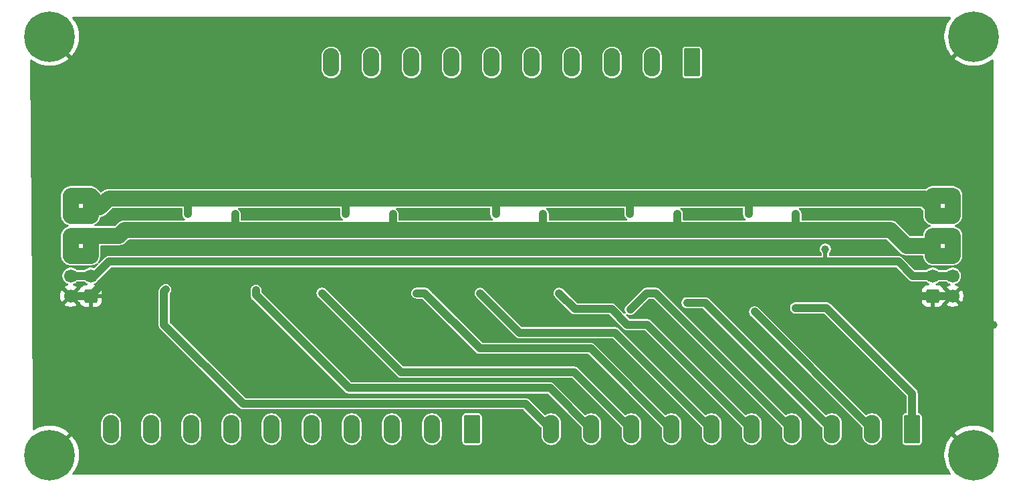
<source format=gbr>
%TF.GenerationSoftware,KiCad,Pcbnew,9.0.6*%
%TF.CreationDate,2026-01-14T11:08:57+01:00*%
%TF.ProjectId,eurocard_mux,6575726f-6361-4726-945f-6d75782e6b69,1.0.2*%
%TF.SameCoordinates,Original*%
%TF.FileFunction,Copper,L2,Bot*%
%TF.FilePolarity,Positive*%
%FSLAX46Y46*%
G04 Gerber Fmt 4.6, Leading zero omitted, Abs format (unit mm)*
G04 Created by KiCad (PCBNEW 9.0.6) date 2026-01-14 11:08:57*
%MOMM*%
%LPD*%
G01*
G04 APERTURE LIST*
G04 Aperture macros list*
%AMRoundRect*
0 Rectangle with rounded corners*
0 $1 Rounding radius*
0 $2 $3 $4 $5 $6 $7 $8 $9 X,Y pos of 4 corners*
0 Add a 4 corners polygon primitive as box body*
4,1,4,$2,$3,$4,$5,$6,$7,$8,$9,$2,$3,0*
0 Add four circle primitives for the rounded corners*
1,1,$1+$1,$2,$3*
1,1,$1+$1,$4,$5*
1,1,$1+$1,$6,$7*
1,1,$1+$1,$8,$9*
0 Add four rect primitives between the rounded corners*
20,1,$1+$1,$2,$3,$4,$5,0*
20,1,$1+$1,$4,$5,$6,$7,0*
20,1,$1+$1,$6,$7,$8,$9,0*
20,1,$1+$1,$8,$9,$2,$3,0*%
G04 Aperture macros list end*
%TA.AperFunction,ComponentPad*%
%ADD10RoundRect,0.250000X0.600000X0.600000X-0.600000X0.600000X-0.600000X-0.600000X0.600000X-0.600000X0*%
%TD*%
%TA.AperFunction,ComponentPad*%
%ADD11C,1.700000*%
%TD*%
%TA.AperFunction,ComponentPad*%
%ADD12C,0.800000*%
%TD*%
%TA.AperFunction,ComponentPad*%
%ADD13C,6.400000*%
%TD*%
%TA.AperFunction,ComponentPad*%
%ADD14RoundRect,0.249999X0.790001X1.550001X-0.790001X1.550001X-0.790001X-1.550001X0.790001X-1.550001X0*%
%TD*%
%TA.AperFunction,ComponentPad*%
%ADD15O,2.080000X3.600000*%
%TD*%
%TA.AperFunction,ComponentPad*%
%ADD16RoundRect,0.250000X-0.600000X-0.600000X0.600000X-0.600000X0.600000X0.600000X-0.600000X0.600000X0*%
%TD*%
%TA.AperFunction,ViaPad*%
%ADD17C,1.000000*%
%TD*%
%TA.AperFunction,Conductor*%
%ADD18C,2.000000*%
%TD*%
%TA.AperFunction,Conductor*%
%ADD19C,1.000000*%
%TD*%
%TA.AperFunction,Conductor*%
%ADD20C,0.500000*%
%TD*%
G04 APERTURE END LIST*
D10*
%TO.P,J3,1,Pin_1*%
%TO.N,GND*%
X63697500Y-121350000D03*
D11*
%TO.P,J3,2,Pin_2*%
X61157500Y-121350000D03*
%TO.P,J3,3,Pin_3*%
%TO.N,+12V*%
X63697500Y-118810000D03*
%TO.P,J3,4,Pin_4*%
X61157500Y-118810000D03*
%TO.P,J3,5,Pin_5*%
%TO.N,-VDC*%
X63697500Y-116270000D03*
%TO.P,J3,6,Pin_6*%
X61157500Y-116270000D03*
%TO.P,J3,7,Pin_7*%
X63697500Y-113730000D03*
%TO.P,J3,8,Pin_8*%
X61157500Y-113730000D03*
%TO.P,J3,9,Pin_9*%
%TO.N,+VDC*%
X63697500Y-111190000D03*
%TO.P,J3,10,Pin_10*%
X61157500Y-111190000D03*
%TO.P,J3,11,Pin_11*%
X63697500Y-108650000D03*
%TO.P,J3,12,Pin_12*%
X61157500Y-108650000D03*
%TD*%
D12*
%TO.P,H1,1,1*%
%TO.N,GND*%
X56100000Y-88500000D03*
X56802944Y-86802944D03*
X56802944Y-90197056D03*
X58500000Y-86100000D03*
D13*
X58500000Y-88500000D03*
D12*
X58500000Y-90900000D03*
X60197056Y-86802944D03*
X60197056Y-90197056D03*
X60900000Y-88500000D03*
%TD*%
D14*
%TO.P,J1,1,Pin_1*%
%TO.N,/10*%
X139860000Y-91777500D03*
D15*
%TO.P,J1,2,Pin_2*%
%TO.N,/9*%
X134780000Y-91777500D03*
%TO.P,J1,3,Pin_3*%
%TO.N,/8*%
X129700000Y-91777500D03*
%TO.P,J1,4,Pin_4*%
%TO.N,/7*%
X124620000Y-91777500D03*
%TO.P,J1,5,Pin_5*%
%TO.N,/6*%
X119540000Y-91777500D03*
%TO.P,J1,6,Pin_6*%
%TO.N,/5*%
X114460000Y-91777500D03*
%TO.P,J1,7,Pin_7*%
%TO.N,/4*%
X109380000Y-91777500D03*
%TO.P,J1,8,Pin_8*%
%TO.N,/3*%
X104300000Y-91777500D03*
%TO.P,J1,9,Pin_9*%
%TO.N,/2*%
X99220000Y-91777500D03*
%TO.P,J1,10,Pin_10*%
%TO.N,/1*%
X94140000Y-91777500D03*
%TD*%
D12*
%TO.P,H3,1,1*%
%TO.N,GND*%
X173100000Y-141500000D03*
X173802944Y-139802944D03*
X173802944Y-143197056D03*
X175500000Y-139100000D03*
D13*
X175500000Y-141500000D03*
D12*
X175500000Y-143900000D03*
X177197056Y-139802944D03*
X177197056Y-143197056D03*
X177900000Y-141500000D03*
%TD*%
%TO.P,H2,1,1*%
%TO.N,GND*%
X173100000Y-88500000D03*
X173802944Y-86802944D03*
X173802944Y-90197056D03*
X175500000Y-86100000D03*
D13*
X175500000Y-88500000D03*
D12*
X175500000Y-90900000D03*
X177197056Y-86802944D03*
X177197056Y-90197056D03*
X177900000Y-88500000D03*
%TD*%
%TO.P,H4,1,1*%
%TO.N,GND*%
X56100000Y-141500000D03*
X56802944Y-139802944D03*
X56802944Y-143197056D03*
X58500000Y-139100000D03*
D13*
X58500000Y-141500000D03*
D12*
X58500000Y-143900000D03*
X60197056Y-139802944D03*
X60197056Y-143197056D03*
X60900000Y-141500000D03*
%TD*%
D16*
%TO.P,J4,1,Pin_1*%
%TO.N,GND*%
X170302500Y-121350000D03*
D11*
%TO.P,J4,2,Pin_2*%
X172842500Y-121350000D03*
%TO.P,J4,3,Pin_3*%
%TO.N,+12V*%
X170302500Y-118810000D03*
%TO.P,J4,4,Pin_4*%
X172842500Y-118810000D03*
%TO.P,J4,5,Pin_5*%
%TO.N,-VDC*%
X170302500Y-116270000D03*
%TO.P,J4,6,Pin_6*%
X172842500Y-116270000D03*
%TO.P,J4,7,Pin_7*%
X170302500Y-113730000D03*
%TO.P,J4,8,Pin_8*%
X172842500Y-113730000D03*
%TO.P,J4,9,Pin_9*%
%TO.N,+VDC*%
X170302500Y-111190000D03*
%TO.P,J4,10,Pin_10*%
X172842500Y-111190000D03*
%TO.P,J4,11,Pin_11*%
X170302500Y-108650000D03*
%TO.P,J4,12,Pin_12*%
X172842500Y-108650000D03*
%TD*%
D14*
%TO.P,J2,1,Pin_1*%
%TO.N,/10A*%
X112000000Y-138222500D03*
D15*
%TO.P,J2,2,Pin_2*%
%TO.N,/9A*%
X106920000Y-138222500D03*
%TO.P,J2,3,Pin_3*%
%TO.N,/8A*%
X101840000Y-138222500D03*
%TO.P,J2,4,Pin_4*%
%TO.N,/7A*%
X96760000Y-138222500D03*
%TO.P,J2,5,Pin_5*%
%TO.N,/6A*%
X91680000Y-138222500D03*
%TO.P,J2,6,Pin_6*%
%TO.N,/5A*%
X86600000Y-138222500D03*
%TO.P,J2,7,Pin_7*%
%TO.N,/4A*%
X81520000Y-138222500D03*
%TO.P,J2,8,Pin_8*%
%TO.N,/3A*%
X76440000Y-138222500D03*
%TO.P,J2,9,Pin_9*%
%TO.N,/2A*%
X71360000Y-138222500D03*
%TO.P,J2,10,Pin_10*%
%TO.N,/1A*%
X66280000Y-138222500D03*
%TD*%
D14*
%TO.P,J5,1,Pin_1*%
%TO.N,/10B*%
X167720000Y-138222500D03*
D15*
%TO.P,J5,2,Pin_2*%
%TO.N,/9B*%
X162640000Y-138222500D03*
%TO.P,J5,3,Pin_3*%
%TO.N,/8B*%
X157560000Y-138222500D03*
%TO.P,J5,4,Pin_4*%
%TO.N,/7B*%
X152480000Y-138222500D03*
%TO.P,J5,5,Pin_5*%
%TO.N,/6B*%
X147400000Y-138222500D03*
%TO.P,J5,6,Pin_6*%
%TO.N,/5B*%
X142320000Y-138222500D03*
%TO.P,J5,7,Pin_7*%
%TO.N,/4B*%
X137240000Y-138222500D03*
%TO.P,J5,8,Pin_8*%
%TO.N,/3B*%
X132160000Y-138222500D03*
%TO.P,J5,9,Pin_9*%
%TO.N,/2B*%
X127080000Y-138222500D03*
%TO.P,J5,10,Pin_10*%
%TO.N,/1B*%
X122000000Y-138222500D03*
%TD*%
D17*
%TO.N,-VDC*%
X102000000Y-111000000D03*
X82000000Y-111000000D03*
X153000000Y-111000000D03*
X121000000Y-111000000D03*
X138000000Y-111000000D03*
%TO.N,+VDC*%
X147000000Y-111000000D03*
X132000000Y-111000000D03*
X115000000Y-111000000D03*
X76000000Y-111000000D03*
X96000000Y-111000000D03*
%TO.N,/8B*%
X139210683Y-122208473D03*
%TO.N,/1B*%
X73208970Y-120540131D03*
%TO.N,/10B*%
X152953156Y-122870684D03*
%TO.N,/5B*%
X113000000Y-121000000D03*
%TO.N,/9B*%
X147768104Y-123367894D03*
%TO.N,/6B*%
X123000000Y-121000000D03*
%TO.N,/7B*%
X132033419Y-123061315D03*
%TO.N,/4B*%
X105000000Y-121000000D03*
%TO.N,/2B*%
X84632105Y-120613710D03*
%TO.N,/3B*%
X93000000Y-121000000D03*
%TO.N,GND*%
X84367137Y-131948243D03*
X109806495Y-127186880D03*
X164000000Y-87000000D03*
X78767987Y-140324105D03*
X169305477Y-99561750D03*
X77865477Y-124961750D03*
X102005116Y-143240144D03*
X88025477Y-89401750D03*
X136188388Y-129149863D03*
X93105477Y-94481750D03*
X174385477Y-99561750D03*
X145108035Y-128440866D03*
X171005116Y-143240144D03*
X143905477Y-94481750D03*
X103940112Y-128696359D03*
X88274263Y-119326078D03*
X133745477Y-104641750D03*
X129151066Y-124348179D03*
X142005116Y-143240144D03*
X169305477Y-89401750D03*
X143905477Y-114801750D03*
X85243456Y-110824859D03*
X159145477Y-99561750D03*
X124142341Y-124451098D03*
X148985477Y-89401750D03*
X159145477Y-104641750D03*
X144000000Y-87000000D03*
X113425477Y-99561750D03*
X90060785Y-121903705D03*
X169305477Y-130041750D03*
X62625477Y-89401750D03*
X146594643Y-124758652D03*
X177000000Y-94000000D03*
X159145477Y-130041750D03*
X135017449Y-115154081D03*
X136211259Y-134890456D03*
X67705477Y-130041750D03*
X72785477Y-135121750D03*
X118505477Y-140201750D03*
X138825477Y-114801750D03*
X67705477Y-99561750D03*
X97000000Y-87000000D03*
X131202534Y-134684618D03*
X164225477Y-94481750D03*
X142111948Y-130362020D03*
X108000000Y-87000000D03*
X57545477Y-130041750D03*
X97000000Y-130000000D03*
X108345477Y-114801750D03*
X133164907Y-126337947D03*
X177000000Y-115000000D03*
X123585477Y-99561750D03*
X167905509Y-111538372D03*
X57545477Y-109721750D03*
X142000000Y-111000000D03*
X116839293Y-129554017D03*
X134022565Y-122770088D03*
X67705477Y-135121750D03*
X77865477Y-135121750D03*
X141334338Y-134730360D03*
X88025477Y-114801750D03*
X169305477Y-94481750D03*
X64000000Y-87000000D03*
X174385477Y-124961750D03*
X57545477Y-124961750D03*
X113425477Y-114801750D03*
X93105477Y-104641750D03*
X177000000Y-136000000D03*
X103265477Y-104641750D03*
X148985477Y-94481750D03*
X108345477Y-104641750D03*
X72785477Y-89401750D03*
X130000000Y-87000000D03*
X86000000Y-87000000D03*
X83725549Y-128216070D03*
X113425477Y-104641750D03*
X126000000Y-111000000D03*
X123585477Y-104641750D03*
X66718035Y-111185076D03*
X82945477Y-114801750D03*
X177000000Y-105000000D03*
X164225477Y-89401750D03*
X178000000Y-125000000D03*
X69005116Y-143240144D03*
X82005116Y-143240144D03*
X84016856Y-140461331D03*
X159005116Y-143240144D03*
X157000000Y-111000000D03*
X154065477Y-114801750D03*
X159145477Y-89401750D03*
X57545477Y-135121750D03*
X126107137Y-129484202D03*
X143905477Y-89401750D03*
X57545477Y-104641750D03*
X57545477Y-119881750D03*
X159145477Y-94481750D03*
X138825477Y-104641750D03*
X62625477Y-124961750D03*
X155000000Y-87000000D03*
X77865477Y-99561750D03*
X123585477Y-94481750D03*
X130955765Y-129438460D03*
X84229911Y-137231419D03*
X169000000Y-87000000D03*
X67705477Y-104641750D03*
X154065477Y-99561750D03*
X123585477Y-114801750D03*
X117005116Y-143240144D03*
X128665477Y-99561750D03*
X72785477Y-130041750D03*
X72785477Y-99561750D03*
X108345477Y-99561750D03*
X69024988Y-140358412D03*
X118000000Y-87000000D03*
X62625477Y-104641750D03*
X121193504Y-134837193D03*
X75000000Y-87000000D03*
X126578091Y-120677401D03*
X164225477Y-124961750D03*
X126236535Y-135008724D03*
X93105477Y-99561750D03*
X67705477Y-89401750D03*
X128665477Y-114801750D03*
X93105477Y-114801750D03*
X164225477Y-99561750D03*
X88025477Y-104641750D03*
X82945477Y-89401750D03*
X67705477Y-94481750D03*
X168420104Y-117147457D03*
X72785477Y-104641750D03*
X169305477Y-104641750D03*
X57545477Y-99561750D03*
X148985477Y-99561750D03*
X103265477Y-114801750D03*
X174385477Y-119881750D03*
X174385477Y-104641750D03*
X90000000Y-111000000D03*
X141334338Y-124621427D03*
X57545477Y-114801750D03*
X82945477Y-94481750D03*
X57545477Y-94481750D03*
X77865477Y-89401750D03*
X164225477Y-104641750D03*
X154065477Y-104641750D03*
X164225477Y-135121750D03*
X138681315Y-127091483D03*
X154065477Y-89401750D03*
X77865477Y-94481750D03*
X169305477Y-135121750D03*
X94205838Y-140392718D03*
X174385477Y-94481750D03*
X62625477Y-99561750D03*
X72785477Y-114801750D03*
X154065477Y-94481750D03*
X135943720Y-124073728D03*
X62625477Y-94481750D03*
X107000000Y-111000000D03*
X72785477Y-94481750D03*
%TO.N,+12V*%
X156727057Y-115413183D03*
%TD*%
D18*
%TO.N,-VDC*%
X170302500Y-115000000D02*
X170302500Y-116270000D01*
X167000000Y-115000000D02*
X170302500Y-115000000D01*
X165000000Y-113000000D02*
X167000000Y-115000000D01*
X172842500Y-113730000D02*
X170302500Y-113730000D01*
X61157500Y-116270000D02*
X61157500Y-113730000D01*
X170302500Y-116270000D02*
X172842500Y-116270000D01*
X63697500Y-113730000D02*
X67270000Y-113730000D01*
X61157500Y-113730000D02*
X63697500Y-113730000D01*
X63697500Y-113730000D02*
X63697500Y-115130000D01*
D19*
X82000000Y-111000000D02*
X82000000Y-113000000D01*
D18*
X63697500Y-115130000D02*
X63697500Y-116270000D01*
X63697500Y-116270000D02*
X61157500Y-116270000D01*
D19*
X121000000Y-111000000D02*
X121000000Y-113000000D01*
D18*
X82000000Y-113000000D02*
X165000000Y-113000000D01*
D19*
X153000000Y-113200000D02*
X153000000Y-111000000D01*
D18*
X170302500Y-113730000D02*
X170302500Y-115000000D01*
X68000000Y-113000000D02*
X82000000Y-113000000D01*
D19*
X138000000Y-111000000D02*
X138000000Y-113000000D01*
D18*
X172842500Y-116270000D02*
X172842500Y-113730000D01*
D19*
X102000000Y-111000000D02*
X102000000Y-113000000D01*
D18*
X67270000Y-113730000D02*
X68000000Y-113000000D01*
%TO.N,+VDC*%
X172842500Y-111190000D02*
X170302500Y-111190000D01*
X61157500Y-111190000D02*
X63697500Y-111190000D01*
D19*
X132000000Y-111000000D02*
X132000000Y-109000000D01*
D18*
X63697500Y-111190000D02*
X63697500Y-110130000D01*
X63697500Y-110130000D02*
X64870000Y-110130000D01*
X66000000Y-109000000D02*
X76000000Y-109000000D01*
D19*
X115000000Y-111000000D02*
X115000000Y-109000000D01*
D18*
X76000000Y-109000000D02*
X147000000Y-109000000D01*
D19*
X96000000Y-111000000D02*
X96000000Y-109000000D01*
D18*
X170302500Y-110000000D02*
X169302500Y-109000000D01*
X61157500Y-111190000D02*
X61157500Y-108650000D01*
X64870000Y-110130000D02*
X66000000Y-109000000D01*
X63697500Y-108650000D02*
X64047500Y-109000000D01*
X63697500Y-108650000D02*
X61157500Y-108650000D01*
X170302500Y-110000000D02*
X170302500Y-111190000D01*
X165000000Y-109000000D02*
X147000000Y-109000000D01*
D19*
X76000000Y-111000000D02*
X76000000Y-109000000D01*
D18*
X172842500Y-108650000D02*
X170302500Y-108650000D01*
X170302500Y-108650000D02*
X170302500Y-110000000D01*
X63697500Y-110130000D02*
X63697500Y-108650000D01*
D19*
X147000000Y-111000000D02*
X147000000Y-109000000D01*
D18*
X172842500Y-111190000D02*
X172842500Y-108650000D01*
X169302500Y-109000000D02*
X165000000Y-109000000D01*
X170302500Y-108650000D02*
X169952500Y-109000000D01*
D19*
%TO.N,/8B*%
X139235210Y-122233000D02*
X141570500Y-122233000D01*
X139210683Y-122208473D02*
X139235210Y-122233000D01*
X141570500Y-122233000D02*
X157560000Y-138222500D01*
%TO.N,/1B*%
X73000000Y-125000000D02*
X83000000Y-135000000D01*
X118777500Y-135000000D02*
X122000000Y-138222500D01*
X73208970Y-120540131D02*
X73000000Y-120749101D01*
X83000000Y-135000000D02*
X118777500Y-135000000D01*
X73000000Y-120749101D02*
X73000000Y-125000000D01*
%TO.N,/10B*%
X152953156Y-122870684D02*
X156870684Y-122870684D01*
X156870684Y-122870684D02*
X167720000Y-133720000D01*
X167720000Y-133720000D02*
X167720000Y-138222500D01*
%TO.N,/5B*%
X130097500Y-126000000D02*
X142320000Y-138222500D01*
X113000000Y-121000000D02*
X118000000Y-126000000D01*
X118000000Y-126000000D02*
X130097500Y-126000000D01*
%TO.N,/9B*%
X147768104Y-123367894D02*
X147785394Y-123367894D01*
X147785394Y-123367894D02*
X162640000Y-138222500D01*
%TO.N,/6B*%
X131665525Y-124998895D02*
X134176395Y-124998895D01*
X129666630Y-123000000D02*
X131665525Y-124998895D01*
X134176395Y-124998895D02*
X147400000Y-138222500D01*
X123000000Y-121000000D02*
X125000000Y-123000000D01*
X125000000Y-123000000D02*
X129666630Y-123000000D01*
%TO.N,/7B*%
X135257500Y-121000000D02*
X152480000Y-138222500D01*
X134094734Y-121000000D02*
X135257500Y-121000000D01*
X132033419Y-123061315D02*
X134094734Y-121000000D01*
%TO.N,/4B*%
X106000000Y-121000000D02*
X113000000Y-128000000D01*
X127017500Y-128000000D02*
X137240000Y-138222500D01*
X105000000Y-121000000D02*
X106000000Y-121000000D01*
X113000000Y-128000000D02*
X127017500Y-128000000D01*
%TO.N,/2B*%
X84632105Y-120613710D02*
X84632105Y-121232105D01*
X121857500Y-133000000D02*
X127080000Y-138222500D01*
X84632105Y-121232105D02*
X96400000Y-133000000D01*
X96400000Y-133000000D02*
X121857500Y-133000000D01*
%TO.N,/3B*%
X124937500Y-131000000D02*
X132160000Y-138222500D01*
X93000000Y-121000000D02*
X103000000Y-131000000D01*
X103000000Y-131000000D02*
X124937500Y-131000000D01*
%TO.N,GND*%
X167350000Y-121350000D02*
X172842500Y-121350000D01*
X165000000Y-119000000D02*
X167350000Y-121350000D01*
X61157500Y-121350000D02*
X63697500Y-121350000D01*
X63697500Y-121350000D02*
X63697500Y-121302500D01*
X66000000Y-119000000D02*
X165000000Y-119000000D01*
X63697500Y-121302500D02*
X66000000Y-119000000D01*
%TO.N,+12V*%
X66000000Y-117000000D02*
X157000000Y-117000000D01*
X172842500Y-118810000D02*
X170302500Y-118810000D01*
D20*
X156727057Y-116727057D02*
X157000000Y-117000000D01*
D19*
X64190000Y-118810000D02*
X66000000Y-117000000D01*
D20*
X156727057Y-115413183D02*
X156727057Y-116727057D01*
D19*
X159000000Y-117000000D02*
X166000000Y-117000000D01*
X167810000Y-118810000D02*
X170302500Y-118810000D01*
X157000000Y-117000000D02*
X159000000Y-117000000D01*
X63697500Y-118810000D02*
X64190000Y-118810000D01*
X166000000Y-117000000D02*
X167810000Y-118810000D01*
X61157500Y-118810000D02*
X63697500Y-118810000D01*
%TD*%
%TA.AperFunction,Conductor*%
%TO.N,GND*%
G36*
X62928299Y-119530502D02*
G01*
X62949268Y-119547400D01*
X63027845Y-119625977D01*
X63199902Y-119740941D01*
X63220785Y-119749591D01*
X63276066Y-119794140D01*
X63298487Y-119861503D01*
X63280929Y-119930294D01*
X63228966Y-119978673D01*
X63172567Y-119992000D01*
X63046983Y-119992000D01*
X62943181Y-120002605D01*
X62943178Y-120002606D01*
X62774974Y-120058342D01*
X62624160Y-120151365D01*
X62624154Y-120151370D01*
X62498870Y-120276654D01*
X62498865Y-120276660D01*
X62405840Y-120427477D01*
X62405840Y-120427478D01*
X62393929Y-120463424D01*
X62382582Y-120497666D01*
X62365410Y-120522468D01*
X62345744Y-120550873D01*
X62342168Y-120556037D01*
X62320080Y-120565220D01*
X62288259Y-120578449D01*
X61641657Y-121225051D01*
X61623425Y-121157007D01*
X61557599Y-121042993D01*
X61464507Y-120949901D01*
X61350493Y-120884075D01*
X61282447Y-120865841D01*
X61921668Y-120226621D01*
X61921667Y-120226620D01*
X61869250Y-120188536D01*
X61869248Y-120188535D01*
X61678792Y-120091493D01*
X61678786Y-120091490D01*
X61516062Y-120038618D01*
X61457456Y-119998544D01*
X61429819Y-119933148D01*
X61441926Y-119863191D01*
X61489932Y-119810885D01*
X61506772Y-119802379D01*
X61655098Y-119740941D01*
X61827155Y-119625977D01*
X61905728Y-119547403D01*
X61968038Y-119513380D01*
X61994822Y-119510500D01*
X62860178Y-119510500D01*
X62928299Y-119530502D01*
G37*
%TD.AperFunction*%
%TA.AperFunction,Conductor*%
G36*
X172073299Y-119530502D02*
G01*
X172094268Y-119547400D01*
X172172845Y-119625977D01*
X172344902Y-119740941D01*
X172493219Y-119802376D01*
X172548500Y-119846924D01*
X172570921Y-119914288D01*
X172553363Y-119983079D01*
X172501401Y-120031457D01*
X172483938Y-120038618D01*
X172321210Y-120091492D01*
X172321207Y-120091493D01*
X172130753Y-120188534D01*
X172078331Y-120226621D01*
X172078331Y-120226622D01*
X172717551Y-120865842D01*
X172649507Y-120884075D01*
X172535493Y-120949901D01*
X172442401Y-121042993D01*
X172376575Y-121157007D01*
X172358342Y-121225051D01*
X171709991Y-120576700D01*
X171688651Y-120574378D01*
X171683679Y-120570361D01*
X171677424Y-120569047D01*
X171656396Y-120548316D01*
X171633428Y-120529758D01*
X171629416Y-120521717D01*
X171626866Y-120519203D01*
X171617417Y-120497667D01*
X171606074Y-120463438D01*
X171606073Y-120463436D01*
X171606072Y-120463433D01*
X171594157Y-120427472D01*
X171501134Y-120276660D01*
X171501129Y-120276654D01*
X171375845Y-120151370D01*
X171375839Y-120151365D01*
X171225025Y-120058342D01*
X171056821Y-120002606D01*
X171056818Y-120002605D01*
X170953016Y-119992000D01*
X170827433Y-119992000D01*
X170759312Y-119971998D01*
X170712819Y-119918342D01*
X170702715Y-119848068D01*
X170732209Y-119783488D01*
X170779215Y-119749591D01*
X170800098Y-119740941D01*
X170972155Y-119625977D01*
X171050728Y-119547403D01*
X171113038Y-119513380D01*
X171139822Y-119510500D01*
X172005178Y-119510500D01*
X172073299Y-119530502D01*
G37*
%TD.AperFunction*%
%TA.AperFunction,Conductor*%
G36*
X168821166Y-110220502D02*
G01*
X168842140Y-110237404D01*
X169065095Y-110460358D01*
X169099120Y-110522670D01*
X169102000Y-110549454D01*
X169102000Y-111284481D01*
X169131560Y-111471118D01*
X169131561Y-111471123D01*
X169189951Y-111650828D01*
X169189952Y-111650831D01*
X169189953Y-111650832D01*
X169263415Y-111795010D01*
X169275742Y-111819202D01*
X169386811Y-111972075D01*
X169520424Y-112105688D01*
X169520427Y-112105690D01*
X169673301Y-112216760D01*
X169841668Y-112302547D01*
X169957450Y-112340167D01*
X170016055Y-112380241D01*
X170043692Y-112445637D01*
X170031585Y-112515594D01*
X169983579Y-112567900D01*
X169957450Y-112579833D01*
X169841669Y-112617452D01*
X169673297Y-112703242D01*
X169520424Y-112814311D01*
X169386811Y-112947924D01*
X169275742Y-113100797D01*
X169189951Y-113269171D01*
X169131561Y-113448876D01*
X169102000Y-113635522D01*
X169102000Y-113673500D01*
X169081998Y-113741621D01*
X169028342Y-113788114D01*
X168976000Y-113799500D01*
X167549454Y-113799500D01*
X167481333Y-113779498D01*
X167460359Y-113762595D01*
X165782079Y-112084314D01*
X165782076Y-112084312D01*
X165782074Y-112084310D01*
X165629199Y-111973240D01*
X165460832Y-111887453D01*
X165460831Y-111887452D01*
X165460828Y-111887451D01*
X165281123Y-111829061D01*
X165281119Y-111829060D01*
X165281118Y-111829060D01*
X165094481Y-111799500D01*
X165094478Y-111799500D01*
X153826500Y-111799500D01*
X153758379Y-111779498D01*
X153711886Y-111725842D01*
X153700500Y-111673500D01*
X153700500Y-110931008D01*
X153700499Y-110931004D01*
X153673580Y-110795672D01*
X153620775Y-110668189D01*
X153544114Y-110553458D01*
X153544109Y-110553452D01*
X153446547Y-110455890D01*
X153446541Y-110455885D01*
X153409694Y-110431265D01*
X153364167Y-110376789D01*
X153355318Y-110306345D01*
X153385959Y-110242301D01*
X153446361Y-110204990D01*
X153479696Y-110200500D01*
X164905519Y-110200500D01*
X168753045Y-110200500D01*
X168821166Y-110220502D01*
G37*
%TD.AperFunction*%
%TA.AperFunction,Conductor*%
G36*
X75241621Y-110220502D02*
G01*
X75288114Y-110274158D01*
X75299500Y-110326500D01*
X75299500Y-111068993D01*
X75326420Y-111204328D01*
X75379225Y-111331811D01*
X75430447Y-111408471D01*
X75455885Y-111446541D01*
X75455890Y-111446547D01*
X75553452Y-111544109D01*
X75553458Y-111544114D01*
X75590306Y-111568735D01*
X75635833Y-111623211D01*
X75644682Y-111693655D01*
X75614041Y-111757699D01*
X75553639Y-111795010D01*
X75520304Y-111799500D01*
X68094482Y-111799500D01*
X67905519Y-111799500D01*
X67718882Y-111829060D01*
X67718876Y-111829061D01*
X67539171Y-111887451D01*
X67370797Y-111973242D01*
X67217926Y-112084310D01*
X66809640Y-112492596D01*
X66747328Y-112526621D01*
X66720545Y-112529500D01*
X64237739Y-112529500D01*
X64169618Y-112509498D01*
X64123125Y-112455842D01*
X64113021Y-112385568D01*
X64142515Y-112320988D01*
X64180534Y-112291234D01*
X64326699Y-112216760D01*
X64479573Y-112105690D01*
X64613190Y-111972073D01*
X64724260Y-111819199D01*
X64810047Y-111650832D01*
X64868440Y-111471118D01*
X64874492Y-111432900D01*
X64904904Y-111368749D01*
X64965172Y-111331222D01*
X64979216Y-111328166D01*
X65151118Y-111300940D01*
X65330832Y-111242547D01*
X65499199Y-111156760D01*
X65652074Y-111045690D01*
X66460360Y-110237403D01*
X66522671Y-110203380D01*
X66549454Y-110200500D01*
X75173500Y-110200500D01*
X75241621Y-110220502D01*
G37*
%TD.AperFunction*%
%TA.AperFunction,Conductor*%
G36*
X95241621Y-110220502D02*
G01*
X95288114Y-110274158D01*
X95299500Y-110326500D01*
X95299500Y-111068993D01*
X95326420Y-111204328D01*
X95379225Y-111331811D01*
X95430447Y-111408471D01*
X95455885Y-111446541D01*
X95455890Y-111446547D01*
X95553452Y-111544109D01*
X95553458Y-111544114D01*
X95590306Y-111568735D01*
X95635833Y-111623211D01*
X95644682Y-111693655D01*
X95614041Y-111757699D01*
X95553639Y-111795010D01*
X95520304Y-111799500D01*
X82826500Y-111799500D01*
X82758379Y-111779498D01*
X82711886Y-111725842D01*
X82700500Y-111673500D01*
X82700500Y-110931008D01*
X82700499Y-110931004D01*
X82673580Y-110795672D01*
X82620775Y-110668189D01*
X82544114Y-110553458D01*
X82544109Y-110553452D01*
X82446547Y-110455890D01*
X82446541Y-110455885D01*
X82409694Y-110431265D01*
X82364167Y-110376789D01*
X82355318Y-110306345D01*
X82385959Y-110242301D01*
X82446361Y-110204990D01*
X82479696Y-110200500D01*
X95173500Y-110200500D01*
X95241621Y-110220502D01*
G37*
%TD.AperFunction*%
%TA.AperFunction,Conductor*%
G36*
X114241621Y-110220502D02*
G01*
X114288114Y-110274158D01*
X114299500Y-110326500D01*
X114299500Y-111068993D01*
X114326420Y-111204328D01*
X114379225Y-111331811D01*
X114430447Y-111408471D01*
X114455885Y-111446541D01*
X114455890Y-111446547D01*
X114553452Y-111544109D01*
X114553458Y-111544114D01*
X114590306Y-111568735D01*
X114635833Y-111623211D01*
X114644682Y-111693655D01*
X114614041Y-111757699D01*
X114553639Y-111795010D01*
X114520304Y-111799500D01*
X102826500Y-111799500D01*
X102758379Y-111779498D01*
X102711886Y-111725842D01*
X102700500Y-111673500D01*
X102700500Y-110931008D01*
X102700499Y-110931004D01*
X102673580Y-110795672D01*
X102620775Y-110668189D01*
X102544114Y-110553458D01*
X102544109Y-110553452D01*
X102446547Y-110455890D01*
X102446541Y-110455885D01*
X102409694Y-110431265D01*
X102364167Y-110376789D01*
X102355318Y-110306345D01*
X102385959Y-110242301D01*
X102446361Y-110204990D01*
X102479696Y-110200500D01*
X114173500Y-110200500D01*
X114241621Y-110220502D01*
G37*
%TD.AperFunction*%
%TA.AperFunction,Conductor*%
G36*
X131241621Y-110220502D02*
G01*
X131288114Y-110274158D01*
X131299500Y-110326500D01*
X131299500Y-111068993D01*
X131326420Y-111204328D01*
X131379225Y-111331811D01*
X131430447Y-111408471D01*
X131455885Y-111446541D01*
X131455890Y-111446547D01*
X131553452Y-111544109D01*
X131553458Y-111544114D01*
X131590306Y-111568735D01*
X131635833Y-111623211D01*
X131644682Y-111693655D01*
X131614041Y-111757699D01*
X131553639Y-111795010D01*
X131520304Y-111799500D01*
X121826500Y-111799500D01*
X121758379Y-111779498D01*
X121711886Y-111725842D01*
X121700500Y-111673500D01*
X121700500Y-110931008D01*
X121700499Y-110931004D01*
X121673580Y-110795672D01*
X121620775Y-110668189D01*
X121544114Y-110553458D01*
X121544109Y-110553452D01*
X121446547Y-110455890D01*
X121446541Y-110455885D01*
X121409694Y-110431265D01*
X121364167Y-110376789D01*
X121355318Y-110306345D01*
X121385959Y-110242301D01*
X121446361Y-110204990D01*
X121479696Y-110200500D01*
X131173500Y-110200500D01*
X131241621Y-110220502D01*
G37*
%TD.AperFunction*%
%TA.AperFunction,Conductor*%
G36*
X146241621Y-110220502D02*
G01*
X146288114Y-110274158D01*
X146299500Y-110326500D01*
X146299500Y-111068993D01*
X146326420Y-111204328D01*
X146379225Y-111331811D01*
X146430447Y-111408471D01*
X146455885Y-111446541D01*
X146455890Y-111446547D01*
X146553452Y-111544109D01*
X146553458Y-111544114D01*
X146590306Y-111568735D01*
X146635833Y-111623211D01*
X146644682Y-111693655D01*
X146614041Y-111757699D01*
X146553639Y-111795010D01*
X146520304Y-111799500D01*
X138826500Y-111799500D01*
X138758379Y-111779498D01*
X138711886Y-111725842D01*
X138700500Y-111673500D01*
X138700500Y-110931008D01*
X138700499Y-110931004D01*
X138673580Y-110795672D01*
X138620775Y-110668189D01*
X138544114Y-110553458D01*
X138544109Y-110553452D01*
X138446547Y-110455890D01*
X138446541Y-110455885D01*
X138409694Y-110431265D01*
X138364167Y-110376789D01*
X138355318Y-110306345D01*
X138385959Y-110242301D01*
X138446361Y-110204990D01*
X138479696Y-110200500D01*
X146173500Y-110200500D01*
X146241621Y-110220502D01*
G37*
%TD.AperFunction*%
%TA.AperFunction,Conductor*%
G36*
X172556583Y-86020002D02*
G01*
X172603076Y-86073658D01*
X172613180Y-86143932D01*
X172585861Y-86205933D01*
X172518115Y-86288481D01*
X172315708Y-86591405D01*
X172143965Y-86912713D01*
X172004545Y-87249301D01*
X172004544Y-87249305D01*
X171898782Y-87597956D01*
X171827711Y-87955261D01*
X171827708Y-87955281D01*
X171792000Y-88317831D01*
X171792000Y-88682168D01*
X171827708Y-89044718D01*
X171827711Y-89044738D01*
X171898782Y-89402043D01*
X172004544Y-89750694D01*
X172004545Y-89750698D01*
X172143965Y-90087286D01*
X172315708Y-90408594D01*
X172518110Y-90711510D01*
X172518121Y-90711525D01*
X172703446Y-90937343D01*
X173493460Y-90147328D01*
X173552944Y-90147328D01*
X173552944Y-90246784D01*
X173591004Y-90338670D01*
X173661330Y-90408996D01*
X173753216Y-90447056D01*
X173852672Y-90447056D01*
X173944558Y-90408996D01*
X174014884Y-90338670D01*
X174052944Y-90246784D01*
X174052944Y-90147328D01*
X174014884Y-90055442D01*
X173944558Y-89985116D01*
X173852672Y-89947056D01*
X173753216Y-89947056D01*
X173661330Y-89985116D01*
X173591004Y-90055442D01*
X173552944Y-90147328D01*
X173493460Y-90147328D01*
X174203367Y-89437421D01*
X174279588Y-89542330D01*
X174457670Y-89720412D01*
X174562576Y-89796631D01*
X173062655Y-91296552D01*
X173288485Y-91481886D01*
X173288491Y-91481891D01*
X173591405Y-91684291D01*
X173912713Y-91856034D01*
X174249301Y-91995454D01*
X174249305Y-91995455D01*
X174597956Y-92101217D01*
X174955261Y-92172288D01*
X174955281Y-92172291D01*
X175317831Y-92207999D01*
X175317847Y-92208000D01*
X175682153Y-92208000D01*
X175682168Y-92207999D01*
X176044718Y-92172291D01*
X176044738Y-92172288D01*
X176402043Y-92101217D01*
X176750694Y-91995455D01*
X176750698Y-91995454D01*
X177087286Y-91856034D01*
X177408594Y-91684291D01*
X177711512Y-91481888D01*
X177794066Y-91414138D01*
X177859413Y-91386384D01*
X177929391Y-91398365D01*
X177981783Y-91446278D01*
X178000000Y-91511537D01*
X178000000Y-138488462D01*
X177979998Y-138556583D01*
X177926342Y-138603076D01*
X177856068Y-138613180D01*
X177794067Y-138585861D01*
X177711518Y-138518115D01*
X177408594Y-138315708D01*
X177087286Y-138143965D01*
X176750698Y-138004545D01*
X176750694Y-138004544D01*
X176402043Y-137898782D01*
X176044738Y-137827711D01*
X176044718Y-137827708D01*
X175682168Y-137792000D01*
X175317831Y-137792000D01*
X174955281Y-137827708D01*
X174955261Y-137827711D01*
X174597956Y-137898782D01*
X174249305Y-138004544D01*
X174249301Y-138004545D01*
X173912713Y-138143965D01*
X173591405Y-138315708D01*
X173288481Y-138518115D01*
X173062655Y-138703445D01*
X173062655Y-138703446D01*
X174562577Y-140203368D01*
X174457670Y-140279588D01*
X174279588Y-140457670D01*
X174203368Y-140562577D01*
X173394007Y-139753216D01*
X173552944Y-139753216D01*
X173552944Y-139852672D01*
X173591004Y-139944558D01*
X173661330Y-140014884D01*
X173753216Y-140052944D01*
X173852672Y-140052944D01*
X173944558Y-140014884D01*
X174014884Y-139944558D01*
X174052944Y-139852672D01*
X174052944Y-139753216D01*
X174014884Y-139661330D01*
X173944558Y-139591004D01*
X173852672Y-139552944D01*
X173753216Y-139552944D01*
X173661330Y-139591004D01*
X173591004Y-139661330D01*
X173552944Y-139753216D01*
X173394007Y-139753216D01*
X172703446Y-139062655D01*
X172703445Y-139062655D01*
X172518115Y-139288481D01*
X172315708Y-139591405D01*
X172143965Y-139912713D01*
X172004545Y-140249301D01*
X172004544Y-140249305D01*
X171898782Y-140597956D01*
X171827711Y-140955261D01*
X171827708Y-140955281D01*
X171792000Y-141317831D01*
X171792000Y-141682168D01*
X171827708Y-142044718D01*
X171827711Y-142044738D01*
X171898782Y-142402043D01*
X172004544Y-142750694D01*
X172004545Y-142750698D01*
X172143965Y-143087286D01*
X172315708Y-143408594D01*
X172518115Y-143711518D01*
X172585861Y-143794067D01*
X172613615Y-143859414D01*
X172601633Y-143929392D01*
X172553720Y-143981784D01*
X172488462Y-144000000D01*
X61511538Y-144000000D01*
X61443417Y-143979998D01*
X61396924Y-143926342D01*
X61386820Y-143856068D01*
X61414139Y-143794067D01*
X61481884Y-143711518D01*
X61684291Y-143408594D01*
X61856034Y-143087286D01*
X61995454Y-142750698D01*
X61995455Y-142750694D01*
X62101217Y-142402043D01*
X62172288Y-142044738D01*
X62172291Y-142044718D01*
X62207999Y-141682168D01*
X62208000Y-141682152D01*
X62208000Y-141317847D01*
X62207999Y-141317831D01*
X62172291Y-140955281D01*
X62172288Y-140955261D01*
X62101217Y-140597956D01*
X61995455Y-140249305D01*
X61995454Y-140249301D01*
X61856034Y-139912713D01*
X61684291Y-139591405D01*
X61481891Y-139288491D01*
X61481886Y-139288485D01*
X61296552Y-139062655D01*
X59796631Y-140562576D01*
X59720412Y-140457670D01*
X59542330Y-140279588D01*
X59437421Y-140203367D01*
X59887572Y-139753216D01*
X59947056Y-139753216D01*
X59947056Y-139852672D01*
X59985116Y-139944558D01*
X60055442Y-140014884D01*
X60147328Y-140052944D01*
X60246784Y-140052944D01*
X60338670Y-140014884D01*
X60408996Y-139944558D01*
X60447056Y-139852672D01*
X60447056Y-139753216D01*
X60408996Y-139661330D01*
X60338670Y-139591004D01*
X60246784Y-139552944D01*
X60147328Y-139552944D01*
X60055442Y-139591004D01*
X59985116Y-139661330D01*
X59947056Y-139753216D01*
X59887572Y-139753216D01*
X60937343Y-138703446D01*
X60711525Y-138518121D01*
X60711510Y-138518110D01*
X60408594Y-138315708D01*
X60087286Y-138143965D01*
X59750698Y-138004545D01*
X59750694Y-138004544D01*
X59402043Y-137898782D01*
X59044738Y-137827711D01*
X59044718Y-137827708D01*
X58682168Y-137792000D01*
X58317831Y-137792000D01*
X57955281Y-137827708D01*
X57955261Y-137827711D01*
X57597956Y-137898782D01*
X57249305Y-138004544D01*
X57249301Y-138004545D01*
X56912713Y-138143965D01*
X56591410Y-138315705D01*
X56558878Y-138337442D01*
X56491124Y-138358655D01*
X56422658Y-138339871D01*
X56375216Y-138287052D01*
X56362882Y-138233557D01*
X56356847Y-137364871D01*
X65039500Y-137364871D01*
X65039500Y-139080129D01*
X65065077Y-139241614D01*
X65070046Y-139272989D01*
X65130381Y-139458682D01*
X65130383Y-139458687D01*
X65219029Y-139632664D01*
X65333799Y-139790632D01*
X65333801Y-139790634D01*
X65333803Y-139790637D01*
X65471862Y-139928696D01*
X65471865Y-139928698D01*
X65471868Y-139928701D01*
X65629836Y-140043471D01*
X65803813Y-140132117D01*
X65989510Y-140192453D01*
X65989511Y-140192453D01*
X65989516Y-140192455D01*
X66182371Y-140223000D01*
X66182374Y-140223000D01*
X66377626Y-140223000D01*
X66377629Y-140223000D01*
X66570484Y-140192455D01*
X66756187Y-140132117D01*
X66930164Y-140043471D01*
X67088132Y-139928701D01*
X67226201Y-139790632D01*
X67340971Y-139632664D01*
X67429617Y-139458687D01*
X67489955Y-139272984D01*
X67520500Y-139080129D01*
X67520500Y-137364871D01*
X70119500Y-137364871D01*
X70119500Y-139080129D01*
X70145077Y-139241614D01*
X70150046Y-139272989D01*
X70210381Y-139458682D01*
X70210383Y-139458687D01*
X70299029Y-139632664D01*
X70413799Y-139790632D01*
X70413801Y-139790634D01*
X70413803Y-139790637D01*
X70551862Y-139928696D01*
X70551865Y-139928698D01*
X70551868Y-139928701D01*
X70709836Y-140043471D01*
X70883813Y-140132117D01*
X71069510Y-140192453D01*
X71069511Y-140192453D01*
X71069516Y-140192455D01*
X71262371Y-140223000D01*
X71262374Y-140223000D01*
X71457626Y-140223000D01*
X71457629Y-140223000D01*
X71650484Y-140192455D01*
X71836187Y-140132117D01*
X72010164Y-140043471D01*
X72168132Y-139928701D01*
X72306201Y-139790632D01*
X72420971Y-139632664D01*
X72509617Y-139458687D01*
X72569955Y-139272984D01*
X72600500Y-139080129D01*
X72600500Y-137364871D01*
X75199500Y-137364871D01*
X75199500Y-139080129D01*
X75225077Y-139241614D01*
X75230046Y-139272989D01*
X75290381Y-139458682D01*
X75290383Y-139458687D01*
X75379029Y-139632664D01*
X75493799Y-139790632D01*
X75493801Y-139790634D01*
X75493803Y-139790637D01*
X75631862Y-139928696D01*
X75631865Y-139928698D01*
X75631868Y-139928701D01*
X75789836Y-140043471D01*
X75963813Y-140132117D01*
X76149510Y-140192453D01*
X76149511Y-140192453D01*
X76149516Y-140192455D01*
X76342371Y-140223000D01*
X76342374Y-140223000D01*
X76537626Y-140223000D01*
X76537629Y-140223000D01*
X76730484Y-140192455D01*
X76916187Y-140132117D01*
X77090164Y-140043471D01*
X77248132Y-139928701D01*
X77386201Y-139790632D01*
X77500971Y-139632664D01*
X77589617Y-139458687D01*
X77649955Y-139272984D01*
X77680500Y-139080129D01*
X77680500Y-137364871D01*
X80279500Y-137364871D01*
X80279500Y-139080129D01*
X80305077Y-139241614D01*
X80310046Y-139272989D01*
X80370381Y-139458682D01*
X80370383Y-139458687D01*
X80459029Y-139632664D01*
X80573799Y-139790632D01*
X80573801Y-139790634D01*
X80573803Y-139790637D01*
X80711862Y-139928696D01*
X80711865Y-139928698D01*
X80711868Y-139928701D01*
X80869836Y-140043471D01*
X81043813Y-140132117D01*
X81229510Y-140192453D01*
X81229511Y-140192453D01*
X81229516Y-140192455D01*
X81422371Y-140223000D01*
X81422374Y-140223000D01*
X81617626Y-140223000D01*
X81617629Y-140223000D01*
X81810484Y-140192455D01*
X81996187Y-140132117D01*
X82170164Y-140043471D01*
X82328132Y-139928701D01*
X82466201Y-139790632D01*
X82580971Y-139632664D01*
X82669617Y-139458687D01*
X82729955Y-139272984D01*
X82760500Y-139080129D01*
X82760500Y-137364871D01*
X85359500Y-137364871D01*
X85359500Y-139080129D01*
X85385077Y-139241614D01*
X85390046Y-139272989D01*
X85450381Y-139458682D01*
X85450383Y-139458687D01*
X85539029Y-139632664D01*
X85653799Y-139790632D01*
X85653801Y-139790634D01*
X85653803Y-139790637D01*
X85791862Y-139928696D01*
X85791865Y-139928698D01*
X85791868Y-139928701D01*
X85949836Y-140043471D01*
X86123813Y-140132117D01*
X86309510Y-140192453D01*
X86309511Y-140192453D01*
X86309516Y-140192455D01*
X86502371Y-140223000D01*
X86502374Y-140223000D01*
X86697626Y-140223000D01*
X86697629Y-140223000D01*
X86890484Y-140192455D01*
X87076187Y-140132117D01*
X87250164Y-140043471D01*
X87408132Y-139928701D01*
X87546201Y-139790632D01*
X87660971Y-139632664D01*
X87749617Y-139458687D01*
X87809955Y-139272984D01*
X87840500Y-139080129D01*
X87840500Y-137364871D01*
X90439500Y-137364871D01*
X90439500Y-139080129D01*
X90465077Y-139241614D01*
X90470046Y-139272989D01*
X90530381Y-139458682D01*
X90530383Y-139458687D01*
X90619029Y-139632664D01*
X90733799Y-139790632D01*
X90733801Y-139790634D01*
X90733803Y-139790637D01*
X90871862Y-139928696D01*
X90871865Y-139928698D01*
X90871868Y-139928701D01*
X91029836Y-140043471D01*
X91203813Y-140132117D01*
X91389510Y-140192453D01*
X91389511Y-140192453D01*
X91389516Y-140192455D01*
X91582371Y-140223000D01*
X91582374Y-140223000D01*
X91777626Y-140223000D01*
X91777629Y-140223000D01*
X91970484Y-140192455D01*
X92156187Y-140132117D01*
X92330164Y-140043471D01*
X92488132Y-139928701D01*
X92626201Y-139790632D01*
X92740971Y-139632664D01*
X92829617Y-139458687D01*
X92889955Y-139272984D01*
X92920500Y-139080129D01*
X92920500Y-137364871D01*
X95519500Y-137364871D01*
X95519500Y-139080129D01*
X95545077Y-139241614D01*
X95550046Y-139272989D01*
X95610381Y-139458682D01*
X95610383Y-139458687D01*
X95699029Y-139632664D01*
X95813799Y-139790632D01*
X95813801Y-139790634D01*
X95813803Y-139790637D01*
X95951862Y-139928696D01*
X95951865Y-139928698D01*
X95951868Y-139928701D01*
X96109836Y-140043471D01*
X96283813Y-140132117D01*
X96469510Y-140192453D01*
X96469511Y-140192453D01*
X96469516Y-140192455D01*
X96662371Y-140223000D01*
X96662374Y-140223000D01*
X96857626Y-140223000D01*
X96857629Y-140223000D01*
X97050484Y-140192455D01*
X97236187Y-140132117D01*
X97410164Y-140043471D01*
X97568132Y-139928701D01*
X97706201Y-139790632D01*
X97820971Y-139632664D01*
X97909617Y-139458687D01*
X97969955Y-139272984D01*
X98000500Y-139080129D01*
X98000500Y-137364871D01*
X100599500Y-137364871D01*
X100599500Y-139080129D01*
X100625077Y-139241614D01*
X100630046Y-139272989D01*
X100690381Y-139458682D01*
X100690383Y-139458687D01*
X100779029Y-139632664D01*
X100893799Y-139790632D01*
X100893801Y-139790634D01*
X100893803Y-139790637D01*
X101031862Y-139928696D01*
X101031865Y-139928698D01*
X101031868Y-139928701D01*
X101189836Y-140043471D01*
X101363813Y-140132117D01*
X101549510Y-140192453D01*
X101549511Y-140192453D01*
X101549516Y-140192455D01*
X101742371Y-140223000D01*
X101742374Y-140223000D01*
X101937626Y-140223000D01*
X101937629Y-140223000D01*
X102130484Y-140192455D01*
X102316187Y-140132117D01*
X102490164Y-140043471D01*
X102648132Y-139928701D01*
X102786201Y-139790632D01*
X102900971Y-139632664D01*
X102989617Y-139458687D01*
X103049955Y-139272984D01*
X103080500Y-139080129D01*
X103080500Y-137364871D01*
X105679500Y-137364871D01*
X105679500Y-139080129D01*
X105705077Y-139241614D01*
X105710046Y-139272989D01*
X105770381Y-139458682D01*
X105770383Y-139458687D01*
X105859029Y-139632664D01*
X105973799Y-139790632D01*
X105973801Y-139790634D01*
X105973803Y-139790637D01*
X106111862Y-139928696D01*
X106111865Y-139928698D01*
X106111868Y-139928701D01*
X106269836Y-140043471D01*
X106443813Y-140132117D01*
X106629510Y-140192453D01*
X106629511Y-140192453D01*
X106629516Y-140192455D01*
X106822371Y-140223000D01*
X106822374Y-140223000D01*
X107017626Y-140223000D01*
X107017629Y-140223000D01*
X107210484Y-140192455D01*
X107396187Y-140132117D01*
X107570164Y-140043471D01*
X107728132Y-139928701D01*
X107866201Y-139790632D01*
X107980971Y-139632664D01*
X108069617Y-139458687D01*
X108129955Y-139272984D01*
X108160500Y-139080129D01*
X108160500Y-137364871D01*
X108129955Y-137172016D01*
X108069617Y-136986313D01*
X107980971Y-136812336D01*
X107891614Y-136689346D01*
X107866203Y-136654370D01*
X107866196Y-136654362D01*
X107830066Y-136618232D01*
X110759500Y-136618232D01*
X110759500Y-139826758D01*
X110759501Y-139826773D01*
X110761498Y-139848069D01*
X110762354Y-139857200D01*
X110762355Y-139857205D01*
X110762356Y-139857206D01*
X110807204Y-139985377D01*
X110807207Y-139985384D01*
X110887849Y-140094650D01*
X110997115Y-140175292D01*
X110997122Y-140175295D01*
X111046163Y-140192455D01*
X111125300Y-140220146D01*
X111155733Y-140223000D01*
X112844266Y-140222999D01*
X112874700Y-140220146D01*
X113002883Y-140175293D01*
X113112150Y-140094650D01*
X113192793Y-139985383D01*
X113237646Y-139857200D01*
X113240500Y-139826767D01*
X113240499Y-136618234D01*
X113237646Y-136587800D01*
X113206816Y-136499692D01*
X113192795Y-136459622D01*
X113192792Y-136459615D01*
X113112150Y-136350349D01*
X113002884Y-136269707D01*
X113002877Y-136269704D01*
X112874705Y-136224855D01*
X112874701Y-136224854D01*
X112864555Y-136223902D01*
X112844267Y-136222000D01*
X112844265Y-136222000D01*
X111155741Y-136222000D01*
X111155726Y-136222001D01*
X111131386Y-136224283D01*
X111125300Y-136224854D01*
X111125296Y-136224855D01*
X111125293Y-136224856D01*
X110997122Y-136269704D01*
X110997115Y-136269707D01*
X110887849Y-136350349D01*
X110807207Y-136459615D01*
X110807204Y-136459622D01*
X110762355Y-136587794D01*
X110762354Y-136587798D01*
X110759500Y-136618232D01*
X107830066Y-136618232D01*
X107728137Y-136516303D01*
X107728134Y-136516301D01*
X107728132Y-136516299D01*
X107570164Y-136401529D01*
X107396187Y-136312883D01*
X107396184Y-136312882D01*
X107396182Y-136312881D01*
X107210487Y-136252546D01*
X107210491Y-136252546D01*
X107174588Y-136246859D01*
X107017629Y-136222000D01*
X106822371Y-136222000D01*
X106629516Y-136252545D01*
X106629510Y-136252546D01*
X106443817Y-136312881D01*
X106443811Y-136312884D01*
X106269832Y-136401531D01*
X106111865Y-136516301D01*
X106111862Y-136516303D01*
X105973803Y-136654362D01*
X105973801Y-136654365D01*
X105859031Y-136812332D01*
X105770384Y-136986311D01*
X105770381Y-136986317D01*
X105710046Y-137172010D01*
X105710045Y-137172015D01*
X105710045Y-137172016D01*
X105679500Y-137364871D01*
X103080500Y-137364871D01*
X103049955Y-137172016D01*
X102989617Y-136986313D01*
X102900971Y-136812336D01*
X102786201Y-136654368D01*
X102786198Y-136654365D01*
X102786196Y-136654362D01*
X102648137Y-136516303D01*
X102648134Y-136516301D01*
X102648132Y-136516299D01*
X102490164Y-136401529D01*
X102316187Y-136312883D01*
X102316184Y-136312882D01*
X102316182Y-136312881D01*
X102130487Y-136252546D01*
X102130491Y-136252546D01*
X102094588Y-136246859D01*
X101937629Y-136222000D01*
X101742371Y-136222000D01*
X101549516Y-136252545D01*
X101549510Y-136252546D01*
X101363817Y-136312881D01*
X101363811Y-136312884D01*
X101189832Y-136401531D01*
X101031865Y-136516301D01*
X101031862Y-136516303D01*
X100893803Y-136654362D01*
X100893801Y-136654365D01*
X100779031Y-136812332D01*
X100690384Y-136986311D01*
X100690381Y-136986317D01*
X100630046Y-137172010D01*
X100630045Y-137172015D01*
X100630045Y-137172016D01*
X100599500Y-137364871D01*
X98000500Y-137364871D01*
X97969955Y-137172016D01*
X97909617Y-136986313D01*
X97820971Y-136812336D01*
X97706201Y-136654368D01*
X97706198Y-136654365D01*
X97706196Y-136654362D01*
X97568137Y-136516303D01*
X97568134Y-136516301D01*
X97568132Y-136516299D01*
X97410164Y-136401529D01*
X97236187Y-136312883D01*
X97236184Y-136312882D01*
X97236182Y-136312881D01*
X97050487Y-136252546D01*
X97050491Y-136252546D01*
X97014588Y-136246859D01*
X96857629Y-136222000D01*
X96662371Y-136222000D01*
X96469516Y-136252545D01*
X96469510Y-136252546D01*
X96283817Y-136312881D01*
X96283811Y-136312884D01*
X96109832Y-136401531D01*
X95951865Y-136516301D01*
X95951862Y-136516303D01*
X95813803Y-136654362D01*
X95813801Y-136654365D01*
X95699031Y-136812332D01*
X95610384Y-136986311D01*
X95610381Y-136986317D01*
X95550046Y-137172010D01*
X95550045Y-137172015D01*
X95550045Y-137172016D01*
X95519500Y-137364871D01*
X92920500Y-137364871D01*
X92889955Y-137172016D01*
X92829617Y-136986313D01*
X92740971Y-136812336D01*
X92626201Y-136654368D01*
X92626198Y-136654365D01*
X92626196Y-136654362D01*
X92488137Y-136516303D01*
X92488134Y-136516301D01*
X92488132Y-136516299D01*
X92330164Y-136401529D01*
X92156187Y-136312883D01*
X92156184Y-136312882D01*
X92156182Y-136312881D01*
X91970487Y-136252546D01*
X91970491Y-136252546D01*
X91934588Y-136246859D01*
X91777629Y-136222000D01*
X91582371Y-136222000D01*
X91389516Y-136252545D01*
X91389510Y-136252546D01*
X91203817Y-136312881D01*
X91203811Y-136312884D01*
X91029832Y-136401531D01*
X90871865Y-136516301D01*
X90871862Y-136516303D01*
X90733803Y-136654362D01*
X90733801Y-136654365D01*
X90619031Y-136812332D01*
X90530384Y-136986311D01*
X90530381Y-136986317D01*
X90470046Y-137172010D01*
X90470045Y-137172015D01*
X90470045Y-137172016D01*
X90439500Y-137364871D01*
X87840500Y-137364871D01*
X87809955Y-137172016D01*
X87749617Y-136986313D01*
X87660971Y-136812336D01*
X87546201Y-136654368D01*
X87546198Y-136654365D01*
X87546196Y-136654362D01*
X87408137Y-136516303D01*
X87408134Y-136516301D01*
X87408132Y-136516299D01*
X87250164Y-136401529D01*
X87076187Y-136312883D01*
X87076184Y-136312882D01*
X87076182Y-136312881D01*
X86890487Y-136252546D01*
X86890491Y-136252546D01*
X86854588Y-136246859D01*
X86697629Y-136222000D01*
X86502371Y-136222000D01*
X86309516Y-136252545D01*
X86309510Y-136252546D01*
X86123817Y-136312881D01*
X86123811Y-136312884D01*
X85949832Y-136401531D01*
X85791865Y-136516301D01*
X85791862Y-136516303D01*
X85653803Y-136654362D01*
X85653801Y-136654365D01*
X85539031Y-136812332D01*
X85450384Y-136986311D01*
X85450381Y-136986317D01*
X85390046Y-137172010D01*
X85390045Y-137172015D01*
X85390045Y-137172016D01*
X85359500Y-137364871D01*
X82760500Y-137364871D01*
X82729955Y-137172016D01*
X82669617Y-136986313D01*
X82580971Y-136812336D01*
X82466201Y-136654368D01*
X82466198Y-136654365D01*
X82466196Y-136654362D01*
X82328137Y-136516303D01*
X82328134Y-136516301D01*
X82328132Y-136516299D01*
X82170164Y-136401529D01*
X81996187Y-136312883D01*
X81996184Y-136312882D01*
X81996182Y-136312881D01*
X81810487Y-136252546D01*
X81810491Y-136252546D01*
X81774588Y-136246859D01*
X81617629Y-136222000D01*
X81422371Y-136222000D01*
X81229516Y-136252545D01*
X81229510Y-136252546D01*
X81043817Y-136312881D01*
X81043811Y-136312884D01*
X80869832Y-136401531D01*
X80711865Y-136516301D01*
X80711862Y-136516303D01*
X80573803Y-136654362D01*
X80573801Y-136654365D01*
X80459031Y-136812332D01*
X80370384Y-136986311D01*
X80370381Y-136986317D01*
X80310046Y-137172010D01*
X80310045Y-137172015D01*
X80310045Y-137172016D01*
X80279500Y-137364871D01*
X77680500Y-137364871D01*
X77649955Y-137172016D01*
X77589617Y-136986313D01*
X77500971Y-136812336D01*
X77386201Y-136654368D01*
X77386198Y-136654365D01*
X77386196Y-136654362D01*
X77248137Y-136516303D01*
X77248134Y-136516301D01*
X77248132Y-136516299D01*
X77090164Y-136401529D01*
X76916187Y-136312883D01*
X76916184Y-136312882D01*
X76916182Y-136312881D01*
X76730487Y-136252546D01*
X76730491Y-136252546D01*
X76694588Y-136246859D01*
X76537629Y-136222000D01*
X76342371Y-136222000D01*
X76149516Y-136252545D01*
X76149510Y-136252546D01*
X75963817Y-136312881D01*
X75963811Y-136312884D01*
X75789832Y-136401531D01*
X75631865Y-136516301D01*
X75631862Y-136516303D01*
X75493803Y-136654362D01*
X75493801Y-136654365D01*
X75379031Y-136812332D01*
X75290384Y-136986311D01*
X75290381Y-136986317D01*
X75230046Y-137172010D01*
X75230045Y-137172015D01*
X75230045Y-137172016D01*
X75199500Y-137364871D01*
X72600500Y-137364871D01*
X72569955Y-137172016D01*
X72509617Y-136986313D01*
X72420971Y-136812336D01*
X72306201Y-136654368D01*
X72306198Y-136654365D01*
X72306196Y-136654362D01*
X72168137Y-136516303D01*
X72168134Y-136516301D01*
X72168132Y-136516299D01*
X72010164Y-136401529D01*
X71836187Y-136312883D01*
X71836184Y-136312882D01*
X71836182Y-136312881D01*
X71650487Y-136252546D01*
X71650491Y-136252546D01*
X71614588Y-136246859D01*
X71457629Y-136222000D01*
X71262371Y-136222000D01*
X71069516Y-136252545D01*
X71069510Y-136252546D01*
X70883817Y-136312881D01*
X70883811Y-136312884D01*
X70709832Y-136401531D01*
X70551865Y-136516301D01*
X70551862Y-136516303D01*
X70413803Y-136654362D01*
X70413801Y-136654365D01*
X70299031Y-136812332D01*
X70210384Y-136986311D01*
X70210381Y-136986317D01*
X70150046Y-137172010D01*
X70150045Y-137172015D01*
X70150045Y-137172016D01*
X70119500Y-137364871D01*
X67520500Y-137364871D01*
X67489955Y-137172016D01*
X67429617Y-136986313D01*
X67340971Y-136812336D01*
X67226201Y-136654368D01*
X67226198Y-136654365D01*
X67226196Y-136654362D01*
X67088137Y-136516303D01*
X67088134Y-136516301D01*
X67088132Y-136516299D01*
X66930164Y-136401529D01*
X66756187Y-136312883D01*
X66756184Y-136312882D01*
X66756182Y-136312881D01*
X66570487Y-136252546D01*
X66570491Y-136252546D01*
X66534588Y-136246859D01*
X66377629Y-136222000D01*
X66182371Y-136222000D01*
X65989516Y-136252545D01*
X65989510Y-136252546D01*
X65803817Y-136312881D01*
X65803811Y-136312884D01*
X65629832Y-136401531D01*
X65471865Y-136516301D01*
X65471862Y-136516303D01*
X65333803Y-136654362D01*
X65333801Y-136654365D01*
X65219031Y-136812332D01*
X65130384Y-136986311D01*
X65130381Y-136986317D01*
X65070046Y-137172010D01*
X65070045Y-137172015D01*
X65070045Y-137172016D01*
X65039500Y-137364871D01*
X56356847Y-137364871D01*
X56244844Y-121243126D01*
X59799500Y-121243126D01*
X59799500Y-121456873D01*
X59832940Y-121668003D01*
X59898990Y-121871286D01*
X59898993Y-121871292D01*
X59996035Y-122061748D01*
X59996036Y-122061750D01*
X60034120Y-122114167D01*
X60034121Y-122114168D01*
X60673341Y-121474947D01*
X60691575Y-121542993D01*
X60757401Y-121657007D01*
X60850493Y-121750099D01*
X60964507Y-121815925D01*
X61032551Y-121834157D01*
X60393331Y-122473378D01*
X60445749Y-122511463D01*
X60445751Y-122511464D01*
X60636207Y-122608506D01*
X60636213Y-122608509D01*
X60839496Y-122674559D01*
X61050626Y-122708000D01*
X61264374Y-122708000D01*
X61475503Y-122674559D01*
X61678786Y-122608509D01*
X61678792Y-122608506D01*
X61869250Y-122511463D01*
X61921667Y-122473378D01*
X61921667Y-122473376D01*
X61282448Y-121834157D01*
X61350493Y-121815925D01*
X61464507Y-121750099D01*
X61557599Y-121657007D01*
X61623425Y-121542993D01*
X61641657Y-121474948D01*
X62291033Y-122124324D01*
X62322571Y-122130949D01*
X62373131Y-122180791D01*
X62382593Y-122202363D01*
X62383367Y-122204702D01*
X62405841Y-122272522D01*
X62498865Y-122423339D01*
X62498870Y-122423345D01*
X62624154Y-122548629D01*
X62624160Y-122548634D01*
X62774974Y-122641657D01*
X62943178Y-122697393D01*
X62943181Y-122697394D01*
X63046983Y-122707999D01*
X63046983Y-122708000D01*
X63443500Y-122708000D01*
X63443500Y-121780702D01*
X63504507Y-121815925D01*
X63631674Y-121850000D01*
X63763326Y-121850000D01*
X63890493Y-121815925D01*
X63951500Y-121780702D01*
X63951500Y-122708000D01*
X64348017Y-122708000D01*
X64348016Y-122707999D01*
X64451818Y-122697394D01*
X64451821Y-122697393D01*
X64620025Y-122641657D01*
X64770839Y-122548634D01*
X64770845Y-122548629D01*
X64896129Y-122423345D01*
X64896134Y-122423339D01*
X64989157Y-122272525D01*
X65044893Y-122104321D01*
X65044894Y-122104318D01*
X65055499Y-122000516D01*
X65055500Y-122000516D01*
X65055500Y-121604000D01*
X64128203Y-121604000D01*
X64163425Y-121542993D01*
X64197500Y-121415826D01*
X64197500Y-121284174D01*
X64163425Y-121157007D01*
X64128203Y-121096000D01*
X65055500Y-121096000D01*
X65055500Y-120699487D01*
X65054196Y-120686728D01*
X65054196Y-120686727D01*
X65054195Y-120686724D01*
X65053519Y-120680105D01*
X72299500Y-120680105D01*
X72299500Y-125068997D01*
X72326420Y-125204328D01*
X72379225Y-125331811D01*
X72455886Y-125446543D01*
X82553457Y-135544114D01*
X82668189Y-135620775D01*
X82795672Y-135673580D01*
X82931006Y-135700500D01*
X82931007Y-135700500D01*
X118435153Y-135700500D01*
X118503274Y-135720502D01*
X118524248Y-135737405D01*
X120722595Y-137935752D01*
X120756621Y-137998064D01*
X120759500Y-138024846D01*
X120759500Y-139080129D01*
X120785077Y-139241614D01*
X120790046Y-139272989D01*
X120850381Y-139458682D01*
X120850383Y-139458687D01*
X120939029Y-139632664D01*
X121053799Y-139790632D01*
X121053801Y-139790634D01*
X121053803Y-139790637D01*
X121191862Y-139928696D01*
X121191865Y-139928698D01*
X121191868Y-139928701D01*
X121349836Y-140043471D01*
X121523813Y-140132117D01*
X121709510Y-140192453D01*
X121709511Y-140192453D01*
X121709516Y-140192455D01*
X121902371Y-140223000D01*
X121902374Y-140223000D01*
X122097626Y-140223000D01*
X122097629Y-140223000D01*
X122290484Y-140192455D01*
X122476187Y-140132117D01*
X122650164Y-140043471D01*
X122808132Y-139928701D01*
X122946201Y-139790632D01*
X123060971Y-139632664D01*
X123149617Y-139458687D01*
X123209955Y-139272984D01*
X123240500Y-139080129D01*
X123240500Y-137364871D01*
X123209955Y-137172016D01*
X123149617Y-136986313D01*
X123060971Y-136812336D01*
X122946201Y-136654368D01*
X122946198Y-136654365D01*
X122946196Y-136654362D01*
X122808137Y-136516303D01*
X122808134Y-136516301D01*
X122808132Y-136516299D01*
X122650164Y-136401529D01*
X122476187Y-136312883D01*
X122476184Y-136312882D01*
X122476182Y-136312881D01*
X122290487Y-136252546D01*
X122290491Y-136252546D01*
X122254588Y-136246859D01*
X122097629Y-136222000D01*
X121902371Y-136222000D01*
X121709516Y-136252545D01*
X121709510Y-136252546D01*
X121523817Y-136312881D01*
X121523811Y-136312884D01*
X121349837Y-136401528D01*
X121349828Y-136401534D01*
X121332549Y-136414087D01*
X121265680Y-136437942D01*
X121196529Y-136421857D01*
X121169399Y-136401242D01*
X119224047Y-134455890D01*
X119224043Y-134455886D01*
X119109311Y-134379225D01*
X119028921Y-134345926D01*
X118981831Y-134326421D01*
X118981828Y-134326420D01*
X118846497Y-134299500D01*
X118846494Y-134299500D01*
X118846493Y-134299500D01*
X83342347Y-134299500D01*
X83274226Y-134279498D01*
X83253252Y-134262595D01*
X73737405Y-124746748D01*
X73703379Y-124684436D01*
X73700500Y-124657653D01*
X73700500Y-121091448D01*
X73720502Y-121023327D01*
X73737405Y-121002353D01*
X73753084Y-120986674D01*
X73829745Y-120871942D01*
X73882550Y-120744460D01*
X73895350Y-120680108D01*
X73909470Y-120609124D01*
X73909470Y-120544714D01*
X83931605Y-120544714D01*
X83931605Y-121301102D01*
X83958525Y-121436433D01*
X83958526Y-121436436D01*
X83962714Y-121446547D01*
X84011330Y-121563916D01*
X84087991Y-121678648D01*
X95953457Y-133544114D01*
X96068189Y-133620775D01*
X96195672Y-133673580D01*
X96331006Y-133700500D01*
X96331007Y-133700500D01*
X121515153Y-133700500D01*
X121583274Y-133720502D01*
X121604248Y-133737405D01*
X125802595Y-137935751D01*
X125836621Y-137998063D01*
X125839500Y-138024846D01*
X125839500Y-139080129D01*
X125865077Y-139241614D01*
X125870046Y-139272989D01*
X125930381Y-139458682D01*
X125930383Y-139458687D01*
X126019029Y-139632664D01*
X126133799Y-139790632D01*
X126133801Y-139790634D01*
X126133803Y-139790637D01*
X126271862Y-139928696D01*
X126271865Y-139928698D01*
X126271868Y-139928701D01*
X126429836Y-140043471D01*
X126603813Y-140132117D01*
X126789510Y-140192453D01*
X126789511Y-140192453D01*
X126789516Y-140192455D01*
X126982371Y-140223000D01*
X126982374Y-140223000D01*
X127177626Y-140223000D01*
X127177629Y-140223000D01*
X127370484Y-140192455D01*
X127556187Y-140132117D01*
X127730164Y-140043471D01*
X127888132Y-139928701D01*
X128026201Y-139790632D01*
X128140971Y-139632664D01*
X128229617Y-139458687D01*
X128289955Y-139272984D01*
X128320500Y-139080129D01*
X128320500Y-137364871D01*
X128289955Y-137172016D01*
X128229617Y-136986313D01*
X128140971Y-136812336D01*
X128026201Y-136654368D01*
X128026198Y-136654365D01*
X128026196Y-136654362D01*
X127888137Y-136516303D01*
X127888134Y-136516301D01*
X127888132Y-136516299D01*
X127730164Y-136401529D01*
X127556187Y-136312883D01*
X127556184Y-136312882D01*
X127556182Y-136312881D01*
X127370487Y-136252546D01*
X127370491Y-136252546D01*
X127334588Y-136246859D01*
X127177629Y-136222000D01*
X126982371Y-136222000D01*
X126789516Y-136252545D01*
X126789510Y-136252546D01*
X126603817Y-136312881D01*
X126603811Y-136312884D01*
X126429831Y-136401531D01*
X126412549Y-136414087D01*
X126345680Y-136437942D01*
X126276529Y-136421858D01*
X126249398Y-136401242D01*
X124304046Y-134455890D01*
X122304043Y-132455886D01*
X122189311Y-132379225D01*
X122108921Y-132345926D01*
X122061831Y-132326421D01*
X122061828Y-132326420D01*
X121926497Y-132299500D01*
X121926494Y-132299500D01*
X121926493Y-132299500D01*
X96742347Y-132299500D01*
X96674226Y-132279498D01*
X96653252Y-132262595D01*
X85369510Y-120978853D01*
X85343381Y-120931002D01*
X92299500Y-120931002D01*
X92299500Y-121068997D01*
X92326420Y-121204328D01*
X92379225Y-121331811D01*
X92455886Y-121446543D01*
X102553457Y-131544114D01*
X102668189Y-131620775D01*
X102795672Y-131673580D01*
X102931006Y-131700500D01*
X102931007Y-131700500D01*
X124595153Y-131700500D01*
X124663274Y-131720502D01*
X124684248Y-131737405D01*
X130882595Y-137935751D01*
X130916621Y-137998063D01*
X130919500Y-138024846D01*
X130919500Y-139080129D01*
X130945077Y-139241614D01*
X130950046Y-139272989D01*
X131010381Y-139458682D01*
X131010383Y-139458687D01*
X131099029Y-139632664D01*
X131213799Y-139790632D01*
X131213801Y-139790634D01*
X131213803Y-139790637D01*
X131351862Y-139928696D01*
X131351865Y-139928698D01*
X131351868Y-139928701D01*
X131509836Y-140043471D01*
X131683813Y-140132117D01*
X131869510Y-140192453D01*
X131869511Y-140192453D01*
X131869516Y-140192455D01*
X132062371Y-140223000D01*
X132062374Y-140223000D01*
X132257626Y-140223000D01*
X132257629Y-140223000D01*
X132450484Y-140192455D01*
X132636187Y-140132117D01*
X132810164Y-140043471D01*
X132968132Y-139928701D01*
X133106201Y-139790632D01*
X133220971Y-139632664D01*
X133309617Y-139458687D01*
X133369955Y-139272984D01*
X133400500Y-139080129D01*
X133400500Y-137364871D01*
X133369955Y-137172016D01*
X133309617Y-136986313D01*
X133220971Y-136812336D01*
X133106201Y-136654368D01*
X133106198Y-136654365D01*
X133106196Y-136654362D01*
X132968137Y-136516303D01*
X132968134Y-136516301D01*
X132968132Y-136516299D01*
X132810164Y-136401529D01*
X132636187Y-136312883D01*
X132636184Y-136312882D01*
X132636182Y-136312881D01*
X132450487Y-136252546D01*
X132450491Y-136252546D01*
X132414588Y-136246859D01*
X132257629Y-136222000D01*
X132062371Y-136222000D01*
X131869516Y-136252545D01*
X131869510Y-136252546D01*
X131683817Y-136312881D01*
X131683811Y-136312884D01*
X131509831Y-136401531D01*
X131492549Y-136414087D01*
X131425680Y-136437942D01*
X131356529Y-136421858D01*
X131329398Y-136401242D01*
X125384047Y-130455890D01*
X125384046Y-130455889D01*
X125384043Y-130455886D01*
X125269311Y-130379225D01*
X125188921Y-130345926D01*
X125141831Y-130326421D01*
X125141828Y-130326420D01*
X125006497Y-130299500D01*
X125006494Y-130299500D01*
X125006493Y-130299500D01*
X103342347Y-130299500D01*
X103274226Y-130279498D01*
X103253252Y-130262595D01*
X93921661Y-120931004D01*
X104299500Y-120931004D01*
X104299500Y-121068995D01*
X104316385Y-121153879D01*
X104326420Y-121204328D01*
X104379225Y-121331811D01*
X104430052Y-121407879D01*
X104455885Y-121446541D01*
X104455890Y-121446547D01*
X104553452Y-121544109D01*
X104553458Y-121544114D01*
X104668189Y-121620775D01*
X104795672Y-121673580D01*
X104931007Y-121700500D01*
X105657653Y-121700500D01*
X105725774Y-121720502D01*
X105746748Y-121737405D01*
X112553457Y-128544114D01*
X112668189Y-128620775D01*
X112795672Y-128673580D01*
X112931006Y-128700500D01*
X112931007Y-128700500D01*
X126675153Y-128700500D01*
X126743274Y-128720502D01*
X126764248Y-128737405D01*
X135962595Y-137935752D01*
X135996621Y-137998064D01*
X135999500Y-138024846D01*
X135999500Y-139080129D01*
X136025077Y-139241614D01*
X136030046Y-139272989D01*
X136090381Y-139458682D01*
X136090383Y-139458687D01*
X136179029Y-139632664D01*
X136293799Y-139790632D01*
X136293801Y-139790634D01*
X136293803Y-139790637D01*
X136431862Y-139928696D01*
X136431865Y-139928698D01*
X136431868Y-139928701D01*
X136589836Y-140043471D01*
X136763813Y-140132117D01*
X136949510Y-140192453D01*
X136949511Y-140192453D01*
X136949516Y-140192455D01*
X137142371Y-140223000D01*
X137142374Y-140223000D01*
X137337626Y-140223000D01*
X137337629Y-140223000D01*
X137530484Y-140192455D01*
X137716187Y-140132117D01*
X137890164Y-140043471D01*
X138048132Y-139928701D01*
X138186201Y-139790632D01*
X138300971Y-139632664D01*
X138389617Y-139458687D01*
X138449955Y-139272984D01*
X138480500Y-139080129D01*
X138480500Y-137364871D01*
X138449955Y-137172016D01*
X138389617Y-136986313D01*
X138300971Y-136812336D01*
X138186201Y-136654368D01*
X138186198Y-136654365D01*
X138186196Y-136654362D01*
X138048137Y-136516303D01*
X138048134Y-136516301D01*
X138048132Y-136516299D01*
X137890164Y-136401529D01*
X137716187Y-136312883D01*
X137716184Y-136312882D01*
X137716182Y-136312881D01*
X137530487Y-136252546D01*
X137530491Y-136252546D01*
X137494588Y-136246859D01*
X137337629Y-136222000D01*
X137142371Y-136222000D01*
X136949516Y-136252545D01*
X136949510Y-136252546D01*
X136763817Y-136312881D01*
X136763811Y-136312884D01*
X136589837Y-136401528D01*
X136589828Y-136401534D01*
X136572549Y-136414087D01*
X136505680Y-136437942D01*
X136436529Y-136421857D01*
X136409399Y-136401242D01*
X127464047Y-127455890D01*
X127464043Y-127455886D01*
X127349311Y-127379225D01*
X127268921Y-127345926D01*
X127221831Y-127326421D01*
X127221828Y-127326420D01*
X127086497Y-127299500D01*
X127086494Y-127299500D01*
X127086493Y-127299500D01*
X113342347Y-127299500D01*
X113274226Y-127279498D01*
X113253252Y-127262595D01*
X106921659Y-120931002D01*
X112299500Y-120931002D01*
X112299500Y-121068997D01*
X112326420Y-121204328D01*
X112379225Y-121331811D01*
X112455886Y-121446543D01*
X117553457Y-126544114D01*
X117668189Y-126620775D01*
X117795672Y-126673580D01*
X117931006Y-126700500D01*
X117931007Y-126700500D01*
X129755153Y-126700500D01*
X129823274Y-126720502D01*
X129844248Y-126737405D01*
X141042595Y-137935752D01*
X141076621Y-137998064D01*
X141079500Y-138024846D01*
X141079500Y-139080129D01*
X141105077Y-139241614D01*
X141110046Y-139272989D01*
X141170381Y-139458682D01*
X141170383Y-139458687D01*
X141259029Y-139632664D01*
X141373799Y-139790632D01*
X141373801Y-139790634D01*
X141373803Y-139790637D01*
X141511862Y-139928696D01*
X141511865Y-139928698D01*
X141511868Y-139928701D01*
X141669836Y-140043471D01*
X141843813Y-140132117D01*
X142029510Y-140192453D01*
X142029511Y-140192453D01*
X142029516Y-140192455D01*
X142222371Y-140223000D01*
X142222374Y-140223000D01*
X142417626Y-140223000D01*
X142417629Y-140223000D01*
X142610484Y-140192455D01*
X142796187Y-140132117D01*
X142970164Y-140043471D01*
X143128132Y-139928701D01*
X143266201Y-139790632D01*
X143380971Y-139632664D01*
X143469617Y-139458687D01*
X143529955Y-139272984D01*
X143560500Y-139080129D01*
X143560500Y-137364871D01*
X143529955Y-137172016D01*
X143469617Y-136986313D01*
X143380971Y-136812336D01*
X143266201Y-136654368D01*
X143266198Y-136654365D01*
X143266196Y-136654362D01*
X143128137Y-136516303D01*
X143128134Y-136516301D01*
X143128132Y-136516299D01*
X142970164Y-136401529D01*
X142796187Y-136312883D01*
X142796184Y-136312882D01*
X142796182Y-136312881D01*
X142610487Y-136252546D01*
X142610491Y-136252546D01*
X142574588Y-136246859D01*
X142417629Y-136222000D01*
X142222371Y-136222000D01*
X142029516Y-136252545D01*
X142029510Y-136252546D01*
X141843817Y-136312881D01*
X141843811Y-136312884D01*
X141669837Y-136401528D01*
X141669828Y-136401534D01*
X141652549Y-136414087D01*
X141585680Y-136437942D01*
X141516529Y-136421857D01*
X141489399Y-136401242D01*
X130544047Y-125455890D01*
X130544043Y-125455886D01*
X130429311Y-125379225D01*
X130314841Y-125331810D01*
X130301831Y-125326421D01*
X130301828Y-125326420D01*
X130166497Y-125299500D01*
X130166494Y-125299500D01*
X130166493Y-125299500D01*
X118342347Y-125299500D01*
X118274226Y-125279498D01*
X118253252Y-125262595D01*
X113921659Y-120931002D01*
X122299500Y-120931002D01*
X122299500Y-121068997D01*
X122326420Y-121204328D01*
X122379225Y-121331811D01*
X122455886Y-121446543D01*
X122455890Y-121446547D01*
X124553449Y-123544107D01*
X124553453Y-123544110D01*
X124553457Y-123544114D01*
X124595524Y-123572222D01*
X124595525Y-123572223D01*
X124618780Y-123587761D01*
X124668189Y-123620775D01*
X124795672Y-123673580D01*
X124931007Y-123700500D01*
X129324283Y-123700500D01*
X129392404Y-123720502D01*
X129413378Y-123737405D01*
X131121411Y-125445437D01*
X131218983Y-125543009D01*
X131333714Y-125619670D01*
X131408391Y-125650602D01*
X131461196Y-125672475D01*
X131488116Y-125677829D01*
X131596532Y-125699395D01*
X133834048Y-125699395D01*
X133902169Y-125719397D01*
X133923143Y-125736300D01*
X146122595Y-137935752D01*
X146156621Y-137998064D01*
X146159500Y-138024846D01*
X146159500Y-139080129D01*
X146185077Y-139241614D01*
X146190046Y-139272989D01*
X146250381Y-139458682D01*
X146250383Y-139458687D01*
X146339029Y-139632664D01*
X146453799Y-139790632D01*
X146453801Y-139790634D01*
X146453803Y-139790637D01*
X146591862Y-139928696D01*
X146591865Y-139928698D01*
X146591868Y-139928701D01*
X146749836Y-140043471D01*
X146923813Y-140132117D01*
X147109510Y-140192453D01*
X147109511Y-140192453D01*
X147109516Y-140192455D01*
X147302371Y-140223000D01*
X147302374Y-140223000D01*
X147497626Y-140223000D01*
X147497629Y-140223000D01*
X147690484Y-140192455D01*
X147876187Y-140132117D01*
X148050164Y-140043471D01*
X148208132Y-139928701D01*
X148346201Y-139790632D01*
X148460971Y-139632664D01*
X148549617Y-139458687D01*
X148609955Y-139272984D01*
X148640500Y-139080129D01*
X148640500Y-137364871D01*
X148609955Y-137172016D01*
X148549617Y-136986313D01*
X148460971Y-136812336D01*
X148346201Y-136654368D01*
X148346198Y-136654365D01*
X148346196Y-136654362D01*
X148208137Y-136516303D01*
X148208134Y-136516301D01*
X148208132Y-136516299D01*
X148050164Y-136401529D01*
X147876187Y-136312883D01*
X147876184Y-136312882D01*
X147876182Y-136312881D01*
X147690487Y-136252546D01*
X147690491Y-136252546D01*
X147654588Y-136246859D01*
X147497629Y-136222000D01*
X147302371Y-136222000D01*
X147109516Y-136252545D01*
X147109510Y-136252546D01*
X146923817Y-136312881D01*
X146923811Y-136312884D01*
X146749837Y-136401528D01*
X146749828Y-136401534D01*
X146732549Y-136414087D01*
X146665680Y-136437942D01*
X146596529Y-136421857D01*
X146569399Y-136401242D01*
X134622942Y-124454785D01*
X134622938Y-124454781D01*
X134508206Y-124378120D01*
X134427816Y-124344821D01*
X134380726Y-124325316D01*
X134380723Y-124325315D01*
X134245392Y-124298395D01*
X134245389Y-124298395D01*
X134245388Y-124298395D01*
X132007871Y-124298395D01*
X131939750Y-124278393D01*
X131918776Y-124261490D01*
X131514559Y-123857273D01*
X131480533Y-123794961D01*
X131485598Y-123724146D01*
X131528145Y-123667310D01*
X131594665Y-123642499D01*
X131664039Y-123657590D01*
X131673653Y-123663411D01*
X131701608Y-123682090D01*
X131829091Y-123734895D01*
X131964425Y-123761815D01*
X132102413Y-123761815D01*
X132237747Y-123734895D01*
X132365230Y-123682090D01*
X132479962Y-123605429D01*
X134347986Y-121737405D01*
X134410298Y-121703379D01*
X134437081Y-121700500D01*
X134915153Y-121700500D01*
X134983274Y-121720502D01*
X135004248Y-121737405D01*
X151202595Y-137935752D01*
X151236621Y-137998064D01*
X151239500Y-138024846D01*
X151239500Y-139080129D01*
X151265077Y-139241614D01*
X151270046Y-139272989D01*
X151330381Y-139458682D01*
X151330383Y-139458687D01*
X151419029Y-139632664D01*
X151533799Y-139790632D01*
X151533801Y-139790634D01*
X151533803Y-139790637D01*
X151671862Y-139928696D01*
X151671865Y-139928698D01*
X151671868Y-139928701D01*
X151829836Y-140043471D01*
X152003813Y-140132117D01*
X152189510Y-140192453D01*
X152189511Y-140192453D01*
X152189516Y-140192455D01*
X152382371Y-140223000D01*
X152382374Y-140223000D01*
X152577626Y-140223000D01*
X152577629Y-140223000D01*
X152770484Y-140192455D01*
X152956187Y-140132117D01*
X153130164Y-140043471D01*
X153288132Y-139928701D01*
X153426201Y-139790632D01*
X153540971Y-139632664D01*
X153629617Y-139458687D01*
X153689955Y-139272984D01*
X153720500Y-139080129D01*
X153720500Y-137364871D01*
X153689955Y-137172016D01*
X153629617Y-136986313D01*
X153540971Y-136812336D01*
X153426201Y-136654368D01*
X153426198Y-136654365D01*
X153426196Y-136654362D01*
X153288137Y-136516303D01*
X153288134Y-136516301D01*
X153288132Y-136516299D01*
X153130164Y-136401529D01*
X152956187Y-136312883D01*
X152956184Y-136312882D01*
X152956182Y-136312881D01*
X152770487Y-136252546D01*
X152770491Y-136252546D01*
X152734588Y-136246859D01*
X152577629Y-136222000D01*
X152382371Y-136222000D01*
X152189516Y-136252545D01*
X152189510Y-136252546D01*
X152003817Y-136312881D01*
X152003811Y-136312884D01*
X151829837Y-136401528D01*
X151829828Y-136401534D01*
X151812549Y-136414087D01*
X151745680Y-136437942D01*
X151676529Y-136421857D01*
X151649399Y-136401242D01*
X137387632Y-122139475D01*
X138510183Y-122139475D01*
X138510183Y-122277470D01*
X138537103Y-122412801D01*
X138537104Y-122412804D01*
X138589908Y-122540284D01*
X138589910Y-122540288D01*
X138666564Y-122655011D01*
X138666568Y-122655015D01*
X138666569Y-122655016D01*
X138741058Y-122729504D01*
X138788668Y-122777114D01*
X138903399Y-122853775D01*
X138971668Y-122882053D01*
X139030881Y-122906580D01*
X139042912Y-122908973D01*
X139166217Y-122933500D01*
X141228153Y-122933500D01*
X141296274Y-122953502D01*
X141317248Y-122970405D01*
X156282595Y-137935752D01*
X156316621Y-137998064D01*
X156319500Y-138024846D01*
X156319500Y-139080129D01*
X156345077Y-139241614D01*
X156350046Y-139272989D01*
X156410381Y-139458682D01*
X156410383Y-139458687D01*
X156499029Y-139632664D01*
X156613799Y-139790632D01*
X156613801Y-139790634D01*
X156613803Y-139790637D01*
X156751862Y-139928696D01*
X156751865Y-139928698D01*
X156751868Y-139928701D01*
X156909836Y-140043471D01*
X157083813Y-140132117D01*
X157269510Y-140192453D01*
X157269511Y-140192453D01*
X157269516Y-140192455D01*
X157462371Y-140223000D01*
X157462374Y-140223000D01*
X157657626Y-140223000D01*
X157657629Y-140223000D01*
X157850484Y-140192455D01*
X158036187Y-140132117D01*
X158210164Y-140043471D01*
X158368132Y-139928701D01*
X158506201Y-139790632D01*
X158620971Y-139632664D01*
X158709617Y-139458687D01*
X158769955Y-139272984D01*
X158800500Y-139080129D01*
X158800500Y-137364871D01*
X158769955Y-137172016D01*
X158709617Y-136986313D01*
X158620971Y-136812336D01*
X158506201Y-136654368D01*
X158506198Y-136654365D01*
X158506196Y-136654362D01*
X158368137Y-136516303D01*
X158368134Y-136516301D01*
X158368132Y-136516299D01*
X158210164Y-136401529D01*
X158036187Y-136312883D01*
X158036184Y-136312882D01*
X158036182Y-136312881D01*
X157850487Y-136252546D01*
X157850491Y-136252546D01*
X157814588Y-136246859D01*
X157657629Y-136222000D01*
X157462371Y-136222000D01*
X157269516Y-136252545D01*
X157269510Y-136252546D01*
X157083817Y-136312881D01*
X157083811Y-136312884D01*
X156909837Y-136401528D01*
X156909828Y-136401534D01*
X156892549Y-136414087D01*
X156825680Y-136437942D01*
X156756529Y-136421857D01*
X156729399Y-136401242D01*
X143627055Y-123298898D01*
X147067604Y-123298898D01*
X147067604Y-123298901D01*
X147067604Y-123436887D01*
X147094524Y-123572222D01*
X147147329Y-123699705D01*
X147223990Y-123814436D01*
X147321562Y-123912008D01*
X147321566Y-123912010D01*
X147321570Y-123912014D01*
X147363348Y-123939929D01*
X147382442Y-123955599D01*
X161362595Y-137935752D01*
X161396621Y-137998064D01*
X161399500Y-138024846D01*
X161399500Y-139080129D01*
X161425077Y-139241614D01*
X161430046Y-139272989D01*
X161490381Y-139458682D01*
X161490383Y-139458687D01*
X161579029Y-139632664D01*
X161693799Y-139790632D01*
X161693801Y-139790634D01*
X161693803Y-139790637D01*
X161831862Y-139928696D01*
X161831865Y-139928698D01*
X161831868Y-139928701D01*
X161989836Y-140043471D01*
X162163813Y-140132117D01*
X162349510Y-140192453D01*
X162349511Y-140192453D01*
X162349516Y-140192455D01*
X162542371Y-140223000D01*
X162542374Y-140223000D01*
X162737626Y-140223000D01*
X162737629Y-140223000D01*
X162930484Y-140192455D01*
X163116187Y-140132117D01*
X163290164Y-140043471D01*
X163448132Y-139928701D01*
X163586201Y-139790632D01*
X163700971Y-139632664D01*
X163789617Y-139458687D01*
X163849955Y-139272984D01*
X163880500Y-139080129D01*
X163880500Y-137364871D01*
X163849955Y-137172016D01*
X163789617Y-136986313D01*
X163700971Y-136812336D01*
X163586201Y-136654368D01*
X163586198Y-136654365D01*
X163586196Y-136654362D01*
X163448137Y-136516303D01*
X163448134Y-136516301D01*
X163448132Y-136516299D01*
X163290164Y-136401529D01*
X163116187Y-136312883D01*
X163116184Y-136312882D01*
X163116182Y-136312881D01*
X162930487Y-136252546D01*
X162930491Y-136252546D01*
X162894588Y-136246859D01*
X162737629Y-136222000D01*
X162542371Y-136222000D01*
X162349516Y-136252545D01*
X162349510Y-136252546D01*
X162163817Y-136312881D01*
X162163811Y-136312884D01*
X161989837Y-136401528D01*
X161989828Y-136401534D01*
X161972549Y-136414087D01*
X161905680Y-136437942D01*
X161836529Y-136421857D01*
X161809399Y-136401242D01*
X148231941Y-122823784D01*
X148231937Y-122823780D01*
X148198874Y-122801688D01*
X152252656Y-122801688D01*
X152252656Y-122939679D01*
X152271832Y-123036083D01*
X152279576Y-123075012D01*
X152332381Y-123202495D01*
X152374575Y-123265643D01*
X152409041Y-123317225D01*
X152409046Y-123317231D01*
X152506608Y-123414793D01*
X152506614Y-123414798D01*
X152621345Y-123491459D01*
X152748828Y-123544264D01*
X152884163Y-123571184D01*
X153022149Y-123571184D01*
X156528337Y-123571184D01*
X156596458Y-123591186D01*
X156617432Y-123608089D01*
X166982595Y-133973252D01*
X167016621Y-134035564D01*
X167019500Y-134062347D01*
X167019500Y-136096000D01*
X166999498Y-136164121D01*
X166945842Y-136210614D01*
X166893506Y-136222000D01*
X166875744Y-136222000D01*
X166875725Y-136222001D01*
X166850833Y-136224335D01*
X166845300Y-136224854D01*
X166845296Y-136224855D01*
X166845293Y-136224856D01*
X166717122Y-136269704D01*
X166717115Y-136269707D01*
X166607849Y-136350349D01*
X166527207Y-136459615D01*
X166527204Y-136459622D01*
X166482355Y-136587794D01*
X166482354Y-136587798D01*
X166479500Y-136618232D01*
X166479500Y-139826758D01*
X166479501Y-139826773D01*
X166481498Y-139848069D01*
X166482354Y-139857200D01*
X166482355Y-139857205D01*
X166482356Y-139857206D01*
X166527204Y-139985377D01*
X166527207Y-139985384D01*
X166607849Y-140094650D01*
X166717115Y-140175292D01*
X166717122Y-140175295D01*
X166766163Y-140192455D01*
X166845300Y-140220146D01*
X166875733Y-140223000D01*
X168564266Y-140222999D01*
X168594700Y-140220146D01*
X168722883Y-140175293D01*
X168832150Y-140094650D01*
X168912793Y-139985383D01*
X168957646Y-139857200D01*
X168960500Y-139826767D01*
X168960499Y-136618234D01*
X168957646Y-136587800D01*
X168926816Y-136499692D01*
X168912795Y-136459622D01*
X168912792Y-136459615D01*
X168832150Y-136350349D01*
X168722884Y-136269707D01*
X168722877Y-136269704D01*
X168594705Y-136224855D01*
X168594701Y-136224854D01*
X168564267Y-136222000D01*
X168546500Y-136222000D01*
X168478379Y-136201998D01*
X168431886Y-136148342D01*
X168420500Y-136096000D01*
X168420500Y-133651010D01*
X168420500Y-133651007D01*
X168414486Y-133620775D01*
X168393580Y-133515672D01*
X168340775Y-133388189D01*
X168264114Y-133273457D01*
X157317227Y-122326570D01*
X157202495Y-122249909D01*
X157122105Y-122216610D01*
X157075015Y-122197105D01*
X157075012Y-122197104D01*
X156939681Y-122170184D01*
X156939678Y-122170184D01*
X156939677Y-122170184D01*
X153022149Y-122170184D01*
X152884163Y-122170184D01*
X152884160Y-122170184D01*
X152748827Y-122197104D01*
X152748824Y-122197105D01*
X152621345Y-122249909D01*
X152506614Y-122326569D01*
X152506608Y-122326574D01*
X152409046Y-122424136D01*
X152409041Y-122424142D01*
X152332381Y-122538873D01*
X152279577Y-122666352D01*
X152279576Y-122666355D01*
X152252656Y-122801688D01*
X148198874Y-122801688D01*
X148117205Y-122747119D01*
X147997158Y-122697394D01*
X147989725Y-122694315D01*
X147989722Y-122694314D01*
X147854391Y-122667394D01*
X147854388Y-122667394D01*
X147854387Y-122667394D01*
X147837097Y-122667394D01*
X147699111Y-122667394D01*
X147699108Y-122667394D01*
X147563775Y-122694314D01*
X147563772Y-122694315D01*
X147436293Y-122747119D01*
X147321562Y-122823779D01*
X147321556Y-122823784D01*
X147223994Y-122921346D01*
X147223989Y-122921352D01*
X147147329Y-123036083D01*
X147094525Y-123163562D01*
X147094524Y-123163565D01*
X147067604Y-123298898D01*
X143627055Y-123298898D01*
X142017047Y-121688890D01*
X142017043Y-121688886D01*
X141902311Y-121612225D01*
X141882454Y-121604000D01*
X141774831Y-121559421D01*
X141774828Y-121559420D01*
X141639497Y-121532500D01*
X141639494Y-121532500D01*
X141639493Y-121532500D01*
X139415392Y-121532500D01*
X139390810Y-121530079D01*
X139279680Y-121507973D01*
X139279677Y-121507973D01*
X139141689Y-121507973D01*
X139141685Y-121507973D01*
X139006354Y-121534893D01*
X139006351Y-121534894D01*
X138878872Y-121587698D01*
X138764141Y-121664358D01*
X138764135Y-121664363D01*
X138666573Y-121761925D01*
X138666568Y-121761931D01*
X138589908Y-121876662D01*
X138537104Y-122004141D01*
X138537103Y-122004144D01*
X138510183Y-122139475D01*
X137387632Y-122139475D01*
X135704047Y-120455890D01*
X135704043Y-120455886D01*
X135589311Y-120379225D01*
X135484471Y-120335799D01*
X135461831Y-120326421D01*
X135461828Y-120326420D01*
X135326497Y-120299500D01*
X135326494Y-120299500D01*
X135326493Y-120299500D01*
X134163728Y-120299500D01*
X134025740Y-120299500D01*
X134025736Y-120299500D01*
X133890405Y-120326420D01*
X133890402Y-120326421D01*
X133762923Y-120379225D01*
X133648192Y-120455885D01*
X133648186Y-120455890D01*
X131489309Y-122614767D01*
X131489304Y-122614773D01*
X131412644Y-122729504D01*
X131359840Y-122856983D01*
X131359839Y-122856986D01*
X131332919Y-122992317D01*
X131332919Y-123130312D01*
X131347278Y-123202495D01*
X131359839Y-123265643D01*
X131412644Y-123393126D01*
X131431320Y-123421077D01*
X131452535Y-123488828D01*
X131433752Y-123557295D01*
X131380935Y-123604739D01*
X131310853Y-123616096D01*
X131245756Y-123587761D01*
X131237460Y-123580173D01*
X130113177Y-122455890D01*
X130113176Y-122455889D01*
X130113173Y-122455886D01*
X129998441Y-122379225D01*
X129871330Y-122326574D01*
X129870961Y-122326421D01*
X129870958Y-122326420D01*
X129735627Y-122299500D01*
X129735624Y-122299500D01*
X129735623Y-122299500D01*
X125342347Y-122299500D01*
X125274226Y-122279498D01*
X125253252Y-122262595D01*
X123446547Y-120455890D01*
X123446543Y-120455886D01*
X123331811Y-120379225D01*
X123226971Y-120335799D01*
X123204331Y-120326421D01*
X123204328Y-120326420D01*
X123068997Y-120299500D01*
X123068994Y-120299500D01*
X122931006Y-120299500D01*
X122931002Y-120299500D01*
X122795671Y-120326420D01*
X122795668Y-120326421D01*
X122668189Y-120379225D01*
X122553458Y-120455885D01*
X122553452Y-120455890D01*
X122455890Y-120553452D01*
X122455885Y-120553458D01*
X122379225Y-120668189D01*
X122326421Y-120795668D01*
X122326420Y-120795671D01*
X122299500Y-120931002D01*
X113921659Y-120931002D01*
X113446547Y-120455890D01*
X113446543Y-120455886D01*
X113331811Y-120379225D01*
X113226971Y-120335799D01*
X113204331Y-120326421D01*
X113204328Y-120326420D01*
X113068997Y-120299500D01*
X113068994Y-120299500D01*
X112931006Y-120299500D01*
X112931002Y-120299500D01*
X112795671Y-120326420D01*
X112795668Y-120326421D01*
X112668189Y-120379225D01*
X112553458Y-120455885D01*
X112553452Y-120455890D01*
X112455890Y-120553452D01*
X112455885Y-120553458D01*
X112379225Y-120668189D01*
X112326421Y-120795668D01*
X112326420Y-120795671D01*
X112299500Y-120931002D01*
X106921659Y-120931002D01*
X106446547Y-120455890D01*
X106446543Y-120455886D01*
X106331811Y-120379225D01*
X106226971Y-120335799D01*
X106204331Y-120326421D01*
X106204328Y-120326420D01*
X106068997Y-120299500D01*
X106068994Y-120299500D01*
X106068993Y-120299500D01*
X104931007Y-120299500D01*
X104931004Y-120299500D01*
X104795671Y-120326420D01*
X104795668Y-120326421D01*
X104668189Y-120379225D01*
X104553458Y-120455885D01*
X104553452Y-120455890D01*
X104455890Y-120553452D01*
X104455885Y-120553458D01*
X104379225Y-120668189D01*
X104326421Y-120795668D01*
X104326420Y-120795671D01*
X104299500Y-120931004D01*
X93921661Y-120931004D01*
X93446547Y-120455890D01*
X93446543Y-120455886D01*
X93331811Y-120379225D01*
X93226971Y-120335799D01*
X93204331Y-120326421D01*
X93204328Y-120326420D01*
X93068997Y-120299500D01*
X93068994Y-120299500D01*
X92931006Y-120299500D01*
X92931002Y-120299500D01*
X92795671Y-120326420D01*
X92795668Y-120326421D01*
X92668189Y-120379225D01*
X92553458Y-120455885D01*
X92553452Y-120455890D01*
X92455890Y-120553452D01*
X92455885Y-120553458D01*
X92379225Y-120668189D01*
X92326421Y-120795668D01*
X92326420Y-120795671D01*
X92299500Y-120931002D01*
X85343381Y-120931002D01*
X85335484Y-120916541D01*
X85332605Y-120889758D01*
X85332605Y-120544718D01*
X85332604Y-120544714D01*
X85328030Y-120521717D01*
X85305685Y-120409382D01*
X85252880Y-120281899D01*
X85176219Y-120167168D01*
X85176218Y-120167167D01*
X85176214Y-120167162D01*
X85078652Y-120069600D01*
X85078646Y-120069595D01*
X85021568Y-120031457D01*
X84963916Y-119992935D01*
X84883526Y-119959636D01*
X84836436Y-119940131D01*
X84836433Y-119940130D01*
X84701100Y-119913210D01*
X84701098Y-119913210D01*
X84563112Y-119913210D01*
X84563109Y-119913210D01*
X84427776Y-119940130D01*
X84427773Y-119940131D01*
X84300294Y-119992935D01*
X84185563Y-120069595D01*
X84185557Y-120069600D01*
X84087995Y-120167162D01*
X84087992Y-120167167D01*
X84087991Y-120167168D01*
X84048266Y-120226621D01*
X84011330Y-120281899D01*
X83958526Y-120409378D01*
X83958525Y-120409381D01*
X83931605Y-120544714D01*
X73909470Y-120544714D01*
X73909470Y-120471138D01*
X73882550Y-120335803D01*
X73829745Y-120208320D01*
X73802248Y-120167168D01*
X73753084Y-120093588D01*
X73655513Y-119996017D01*
X73540781Y-119919356D01*
X73413303Y-119866553D01*
X73413301Y-119866552D01*
X73413298Y-119866551D01*
X73277965Y-119839631D01*
X73277963Y-119839631D01*
X73139977Y-119839631D01*
X73139974Y-119839631D01*
X73035062Y-119860499D01*
X73035062Y-119860500D01*
X73004641Y-119866551D01*
X73004639Y-119866552D01*
X73004635Y-119866553D01*
X72877159Y-119919356D01*
X72762428Y-119996016D01*
X72762427Y-119996017D01*
X72455884Y-120302559D01*
X72455883Y-120302561D01*
X72433674Y-120335801D01*
X72433673Y-120335803D01*
X72379225Y-120417290D01*
X72326421Y-120544769D01*
X72326420Y-120544772D01*
X72299500Y-120680105D01*
X65053519Y-120680105D01*
X65044893Y-120595675D01*
X64989157Y-120427474D01*
X64896134Y-120276660D01*
X64896129Y-120276654D01*
X64770845Y-120151370D01*
X64770839Y-120151365D01*
X64620025Y-120058342D01*
X64451821Y-120002606D01*
X64451818Y-120002605D01*
X64348016Y-119992000D01*
X64222433Y-119992000D01*
X64154312Y-119971998D01*
X64107819Y-119918342D01*
X64097715Y-119848068D01*
X64127209Y-119783488D01*
X64174215Y-119749591D01*
X64195098Y-119740941D01*
X64367155Y-119625977D01*
X64513477Y-119479655D01*
X64551832Y-119422252D01*
X64586595Y-119387487D01*
X64636543Y-119354114D01*
X66253252Y-117737405D01*
X66315564Y-117703380D01*
X66342347Y-117700500D01*
X156931007Y-117700500D01*
X158931007Y-117700500D01*
X165657653Y-117700500D01*
X165725774Y-117720502D01*
X165746748Y-117737405D01*
X167363457Y-119354114D01*
X167478189Y-119430775D01*
X167605672Y-119483580D01*
X167741006Y-119510500D01*
X167741007Y-119510500D01*
X169465178Y-119510500D01*
X169533299Y-119530502D01*
X169554268Y-119547400D01*
X169632845Y-119625977D01*
X169804902Y-119740941D01*
X169825785Y-119749591D01*
X169881066Y-119794140D01*
X169903487Y-119861503D01*
X169885929Y-119930294D01*
X169833966Y-119978673D01*
X169777567Y-119992000D01*
X169651983Y-119992000D01*
X169548181Y-120002605D01*
X169548178Y-120002606D01*
X169379974Y-120058342D01*
X169229160Y-120151365D01*
X169229154Y-120151370D01*
X169103870Y-120276654D01*
X169103865Y-120276660D01*
X169010842Y-120427474D01*
X168955106Y-120595678D01*
X168955105Y-120595681D01*
X168944500Y-120699483D01*
X168944500Y-121096000D01*
X169871797Y-121096000D01*
X169836575Y-121157007D01*
X169802500Y-121284174D01*
X169802500Y-121415826D01*
X169836575Y-121542993D01*
X169871797Y-121604000D01*
X168944500Y-121604000D01*
X168944500Y-122000516D01*
X168955105Y-122104318D01*
X168955106Y-122104321D01*
X169010842Y-122272525D01*
X169103865Y-122423339D01*
X169103870Y-122423345D01*
X169229154Y-122548629D01*
X169229160Y-122548634D01*
X169379974Y-122641657D01*
X169548178Y-122697393D01*
X169548181Y-122697394D01*
X169651983Y-122707999D01*
X169651983Y-122708000D01*
X170048500Y-122708000D01*
X170048500Y-121780702D01*
X170109507Y-121815925D01*
X170236674Y-121850000D01*
X170368326Y-121850000D01*
X170495493Y-121815925D01*
X170556500Y-121780702D01*
X170556500Y-122708000D01*
X170953017Y-122708000D01*
X170953016Y-122707999D01*
X171056818Y-122697394D01*
X171056821Y-122697393D01*
X171225025Y-122641657D01*
X171375839Y-122548634D01*
X171375845Y-122548629D01*
X171501129Y-122423345D01*
X171501136Y-122423336D01*
X171538297Y-122363088D01*
X171609267Y-122226926D01*
X171617416Y-122202335D01*
X171657829Y-122143963D01*
X171711742Y-122121546D01*
X172358341Y-121474947D01*
X172376575Y-121542993D01*
X172442401Y-121657007D01*
X172535493Y-121750099D01*
X172649507Y-121815925D01*
X172717551Y-121834157D01*
X172078331Y-122473378D01*
X172130749Y-122511463D01*
X172130751Y-122511464D01*
X172321207Y-122608506D01*
X172321213Y-122608509D01*
X172524496Y-122674559D01*
X172735626Y-122708000D01*
X172949374Y-122708000D01*
X173160503Y-122674559D01*
X173363786Y-122608509D01*
X173363792Y-122608506D01*
X173554250Y-122511463D01*
X173606667Y-122473378D01*
X173606667Y-122473376D01*
X172967448Y-121834157D01*
X173035493Y-121815925D01*
X173149507Y-121750099D01*
X173242599Y-121657007D01*
X173308425Y-121542993D01*
X173326657Y-121474948D01*
X173965876Y-122114167D01*
X173965878Y-122114167D01*
X174003963Y-122061750D01*
X174101006Y-121871292D01*
X174101009Y-121871286D01*
X174167059Y-121668003D01*
X174200500Y-121456873D01*
X174200500Y-121243126D01*
X174167059Y-121031996D01*
X174101009Y-120828713D01*
X174101006Y-120828707D01*
X174003964Y-120638251D01*
X174003963Y-120638249D01*
X173965878Y-120585831D01*
X173326657Y-121225051D01*
X173308425Y-121157007D01*
X173242599Y-121042993D01*
X173149507Y-120949901D01*
X173035493Y-120884075D01*
X172967447Y-120865841D01*
X173606668Y-120226621D01*
X173606667Y-120226620D01*
X173554250Y-120188536D01*
X173554248Y-120188535D01*
X173363792Y-120091493D01*
X173363786Y-120091490D01*
X173201062Y-120038618D01*
X173142456Y-119998544D01*
X173114819Y-119933148D01*
X173126926Y-119863191D01*
X173174932Y-119810885D01*
X173191772Y-119802379D01*
X173340098Y-119740941D01*
X173512155Y-119625977D01*
X173658477Y-119479655D01*
X173773441Y-119307598D01*
X173852630Y-119116420D01*
X173893000Y-118913465D01*
X173893000Y-118706535D01*
X173852630Y-118503580D01*
X173773441Y-118312402D01*
X173658477Y-118140345D01*
X173658475Y-118140343D01*
X173658470Y-118140337D01*
X173512162Y-117994029D01*
X173512156Y-117994024D01*
X173512155Y-117994023D01*
X173340098Y-117879059D01*
X173176925Y-117811470D01*
X173148925Y-117799872D01*
X173148920Y-117799870D01*
X172945967Y-117759500D01*
X172945965Y-117759500D01*
X172739035Y-117759500D01*
X172739032Y-117759500D01*
X172536079Y-117799870D01*
X172536074Y-117799872D01*
X172344902Y-117879059D01*
X172172843Y-117994024D01*
X172133558Y-118033309D01*
X172094271Y-118072596D01*
X172031962Y-118106620D01*
X172005178Y-118109500D01*
X171139822Y-118109500D01*
X171071701Y-118089498D01*
X171050731Y-118072599D01*
X170972155Y-117994023D01*
X170800098Y-117879059D01*
X170636925Y-117811470D01*
X170608925Y-117799872D01*
X170608920Y-117799870D01*
X170405967Y-117759500D01*
X170405965Y-117759500D01*
X170199035Y-117759500D01*
X170199032Y-117759500D01*
X169996079Y-117799870D01*
X169996074Y-117799872D01*
X169804902Y-117879059D01*
X169632843Y-117994024D01*
X169593558Y-118033309D01*
X169554271Y-118072596D01*
X169491962Y-118106620D01*
X169465178Y-118109500D01*
X168152347Y-118109500D01*
X168084226Y-118089498D01*
X168063252Y-118072595D01*
X166446547Y-116455890D01*
X166446543Y-116455886D01*
X166331811Y-116379225D01*
X166251421Y-116345926D01*
X166204331Y-116326421D01*
X166204328Y-116326420D01*
X166068997Y-116299500D01*
X166068994Y-116299500D01*
X166068993Y-116299500D01*
X159068993Y-116299500D01*
X157303557Y-116299500D01*
X157294731Y-116296908D01*
X157285625Y-116298218D01*
X157261199Y-116287062D01*
X157235436Y-116279498D01*
X157229411Y-116272544D01*
X157221045Y-116268724D01*
X157206530Y-116246138D01*
X157188943Y-116225842D01*
X157186618Y-116215155D01*
X157182661Y-116208998D01*
X157177557Y-116173500D01*
X157177557Y-116005529D01*
X157197559Y-115937408D01*
X157214457Y-115916438D01*
X157271171Y-115859725D01*
X157347832Y-115744994D01*
X157400637Y-115617511D01*
X157427557Y-115482176D01*
X157427557Y-115344190D01*
X157400637Y-115208855D01*
X157347832Y-115081372D01*
X157271171Y-114966641D01*
X157271166Y-114966635D01*
X157173604Y-114869073D01*
X157173598Y-114869068D01*
X157133906Y-114842547D01*
X157058868Y-114792408D01*
X156972799Y-114756757D01*
X156931388Y-114739604D01*
X156931385Y-114739603D01*
X156796052Y-114712683D01*
X156796050Y-114712683D01*
X156658064Y-114712683D01*
X156658061Y-114712683D01*
X156522728Y-114739603D01*
X156522725Y-114739604D01*
X156395246Y-114792408D01*
X156280515Y-114869068D01*
X156280509Y-114869073D01*
X156182947Y-114966635D01*
X156182942Y-114966641D01*
X156106282Y-115081372D01*
X156053478Y-115208851D01*
X156053477Y-115208854D01*
X156026557Y-115344187D01*
X156026557Y-115344190D01*
X156026557Y-115482176D01*
X156053477Y-115617511D01*
X156106282Y-115744994D01*
X156182943Y-115859725D01*
X156239653Y-115916435D01*
X156254597Y-115943803D01*
X156271453Y-115970031D01*
X156272358Y-115976330D01*
X156273677Y-115978745D01*
X156276557Y-116005529D01*
X156276557Y-116173500D01*
X156256555Y-116241621D01*
X156202899Y-116288114D01*
X156150557Y-116299500D01*
X65931002Y-116299500D01*
X65795671Y-116326420D01*
X65795668Y-116326421D01*
X65668189Y-116379225D01*
X65553455Y-116455887D01*
X64831076Y-117178266D01*
X64768764Y-117212291D01*
X64697948Y-117207226D01*
X64641113Y-117164679D01*
X64616302Y-117098159D01*
X64631393Y-117028785D01*
X64640040Y-117015116D01*
X64724260Y-116899199D01*
X64810047Y-116730832D01*
X64868440Y-116551118D01*
X64898000Y-116364481D01*
X64898000Y-115056500D01*
X64918002Y-114988379D01*
X64971658Y-114941886D01*
X65024000Y-114930500D01*
X67364478Y-114930500D01*
X67364481Y-114930500D01*
X67551118Y-114900940D01*
X67730832Y-114842547D01*
X67899199Y-114756760D01*
X68052074Y-114645690D01*
X68460358Y-114237404D01*
X68522671Y-114203380D01*
X68549454Y-114200500D01*
X81905519Y-114200500D01*
X164450546Y-114200500D01*
X164518667Y-114220502D01*
X164539641Y-114237405D01*
X166217920Y-115915685D01*
X166217923Y-115915687D01*
X166217926Y-115915690D01*
X166370801Y-116026760D01*
X166539168Y-116112547D01*
X166718882Y-116170940D01*
X166905518Y-116200500D01*
X166905519Y-116200500D01*
X168976000Y-116200500D01*
X169044121Y-116220502D01*
X169090614Y-116274158D01*
X169102000Y-116326500D01*
X169102000Y-116364481D01*
X169116478Y-116455890D01*
X169131561Y-116551123D01*
X169189951Y-116730828D01*
X169275742Y-116899202D01*
X169386811Y-117052075D01*
X169520424Y-117185688D01*
X169620849Y-117258651D01*
X169673301Y-117296760D01*
X169841668Y-117382547D01*
X170021382Y-117440940D01*
X170208019Y-117470500D01*
X170208022Y-117470500D01*
X172936978Y-117470500D01*
X172936981Y-117470500D01*
X173123618Y-117440940D01*
X173303332Y-117382547D01*
X173471699Y-117296760D01*
X173624573Y-117185690D01*
X173758190Y-117052073D01*
X173869260Y-116899199D01*
X173955047Y-116730832D01*
X174013440Y-116551118D01*
X174043000Y-116364481D01*
X174043000Y-113635519D01*
X174013440Y-113448882D01*
X173955047Y-113269168D01*
X173869260Y-113100801D01*
X173758190Y-112947927D01*
X173758188Y-112947924D01*
X173624575Y-112814311D01*
X173471702Y-112703242D01*
X173471701Y-112703241D01*
X173471699Y-112703240D01*
X173303332Y-112617453D01*
X173303331Y-112617452D01*
X173303328Y-112617451D01*
X173187550Y-112579833D01*
X173128944Y-112539759D01*
X173101307Y-112474363D01*
X173113414Y-112404406D01*
X173161420Y-112352100D01*
X173187550Y-112340167D01*
X173303332Y-112302547D01*
X173471699Y-112216760D01*
X173624573Y-112105690D01*
X173758190Y-111972073D01*
X173869260Y-111819199D01*
X173955047Y-111650832D01*
X174013440Y-111471118D01*
X174043000Y-111284481D01*
X174043000Y-108555519D01*
X174013440Y-108368882D01*
X173955047Y-108189168D01*
X173869260Y-108020801D01*
X173758190Y-107867927D01*
X173758188Y-107867924D01*
X173624575Y-107734311D01*
X173471702Y-107623242D01*
X173471701Y-107623241D01*
X173471699Y-107623240D01*
X173303332Y-107537453D01*
X173303331Y-107537452D01*
X173303328Y-107537451D01*
X173123623Y-107479061D01*
X173123619Y-107479060D01*
X173123618Y-107479060D01*
X172936981Y-107449500D01*
X170396982Y-107449500D01*
X170208019Y-107449500D01*
X170021382Y-107479060D01*
X170021376Y-107479061D01*
X169841671Y-107537451D01*
X169673297Y-107623242D01*
X169520429Y-107734308D01*
X169492057Y-107762679D01*
X169429743Y-107796702D01*
X169401931Y-107798594D01*
X169401931Y-107799500D01*
X169396981Y-107799500D01*
X165094481Y-107799500D01*
X147094481Y-107799500D01*
X76094481Y-107799500D01*
X65905519Y-107799500D01*
X65718882Y-107829060D01*
X65718876Y-107829061D01*
X65539171Y-107887451D01*
X65370797Y-107973242D01*
X65217925Y-108084310D01*
X65112844Y-108189391D01*
X65050532Y-108223416D01*
X64979716Y-108218350D01*
X64934653Y-108189390D01*
X64718505Y-107973242D01*
X64479574Y-107734310D01*
X64326699Y-107623240D01*
X64158332Y-107537453D01*
X64158331Y-107537452D01*
X64158328Y-107537451D01*
X63978623Y-107479061D01*
X63978619Y-107479060D01*
X63978618Y-107479060D01*
X63791981Y-107449500D01*
X61251981Y-107449500D01*
X61063019Y-107449500D01*
X60876382Y-107479060D01*
X60876376Y-107479061D01*
X60696671Y-107537451D01*
X60528297Y-107623242D01*
X60375424Y-107734311D01*
X60241811Y-107867924D01*
X60130742Y-108020797D01*
X60044951Y-108189171D01*
X59986561Y-108368876D01*
X59986560Y-108368881D01*
X59986560Y-108368882D01*
X59957000Y-108555519D01*
X59957000Y-111284481D01*
X59986560Y-111471118D01*
X59986561Y-111471123D01*
X60044951Y-111650828D01*
X60044952Y-111650831D01*
X60044953Y-111650832D01*
X60118415Y-111795010D01*
X60130742Y-111819202D01*
X60241811Y-111972075D01*
X60375424Y-112105688D01*
X60375427Y-112105690D01*
X60528301Y-112216760D01*
X60696668Y-112302547D01*
X60812450Y-112340167D01*
X60871055Y-112380241D01*
X60898692Y-112445637D01*
X60886585Y-112515594D01*
X60838579Y-112567900D01*
X60812450Y-112579833D01*
X60696669Y-112617452D01*
X60528297Y-112703242D01*
X60375424Y-112814311D01*
X60241811Y-112947924D01*
X60130742Y-113100797D01*
X60044951Y-113269171D01*
X59986561Y-113448876D01*
X59986560Y-113448881D01*
X59986560Y-113448882D01*
X59957000Y-113635519D01*
X59957000Y-116175519D01*
X59957000Y-116364481D01*
X59971478Y-116455890D01*
X59986561Y-116551123D01*
X60044951Y-116730828D01*
X60130742Y-116899202D01*
X60241811Y-117052075D01*
X60375424Y-117185688D01*
X60475849Y-117258651D01*
X60528301Y-117296760D01*
X60696668Y-117382547D01*
X60876382Y-117440940D01*
X61063019Y-117470500D01*
X61063022Y-117470500D01*
X63791978Y-117470500D01*
X63791981Y-117470500D01*
X63978618Y-117440940D01*
X64158332Y-117382547D01*
X64326699Y-117296760D01*
X64442610Y-117212545D01*
X64509476Y-117188687D01*
X64578627Y-117204766D01*
X64628108Y-117255680D01*
X64642208Y-117325262D01*
X64616450Y-117391422D01*
X64605765Y-117403576D01*
X64208799Y-117800542D01*
X64146487Y-117834568D01*
X64075672Y-117829503D01*
X64071487Y-117827856D01*
X64003929Y-117799873D01*
X64003920Y-117799870D01*
X63800967Y-117759500D01*
X63800965Y-117759500D01*
X63594035Y-117759500D01*
X63594032Y-117759500D01*
X63391079Y-117799870D01*
X63391074Y-117799872D01*
X63199902Y-117879059D01*
X63027843Y-117994024D01*
X62988558Y-118033309D01*
X62949271Y-118072596D01*
X62886962Y-118106620D01*
X62860178Y-118109500D01*
X61994822Y-118109500D01*
X61926701Y-118089498D01*
X61905731Y-118072599D01*
X61827155Y-117994023D01*
X61655098Y-117879059D01*
X61491925Y-117811470D01*
X61463925Y-117799872D01*
X61463920Y-117799870D01*
X61260967Y-117759500D01*
X61260965Y-117759500D01*
X61054035Y-117759500D01*
X61054032Y-117759500D01*
X60851079Y-117799870D01*
X60851074Y-117799872D01*
X60659902Y-117879059D01*
X60487843Y-117994024D01*
X60487837Y-117994029D01*
X60341529Y-118140337D01*
X60341524Y-118140343D01*
X60226559Y-118312402D01*
X60147372Y-118503574D01*
X60147370Y-118503579D01*
X60107000Y-118706532D01*
X60107000Y-118706535D01*
X60107000Y-118913465D01*
X60147370Y-119116420D01*
X60226559Y-119307598D01*
X60341523Y-119479655D01*
X60341524Y-119479656D01*
X60341529Y-119479662D01*
X60487837Y-119625970D01*
X60487843Y-119625975D01*
X60487845Y-119625977D01*
X60659902Y-119740941D01*
X60808219Y-119802376D01*
X60863500Y-119846924D01*
X60885921Y-119914288D01*
X60868363Y-119983079D01*
X60816401Y-120031457D01*
X60798938Y-120038618D01*
X60636210Y-120091492D01*
X60636207Y-120091493D01*
X60445753Y-120188534D01*
X60393331Y-120226621D01*
X60393331Y-120226622D01*
X61032551Y-120865842D01*
X60964507Y-120884075D01*
X60850493Y-120949901D01*
X60757401Y-121042993D01*
X60691575Y-121157007D01*
X60673342Y-121225051D01*
X60034122Y-120585831D01*
X60034121Y-120585831D01*
X59996034Y-120638253D01*
X59898993Y-120828707D01*
X59898990Y-120828713D01*
X59832940Y-121031996D01*
X59799500Y-121243126D01*
X56244844Y-121243126D01*
X56038515Y-91544013D01*
X56058042Y-91475760D01*
X56111374Y-91428896D01*
X56181576Y-91418304D01*
X56244444Y-91445744D01*
X56288481Y-91481884D01*
X56591405Y-91684291D01*
X56912713Y-91856034D01*
X57249301Y-91995454D01*
X57249305Y-91995455D01*
X57597956Y-92101217D01*
X57955261Y-92172288D01*
X57955281Y-92172291D01*
X58317831Y-92207999D01*
X58317847Y-92208000D01*
X58682153Y-92208000D01*
X58682168Y-92207999D01*
X59044718Y-92172291D01*
X59044738Y-92172288D01*
X59402043Y-92101217D01*
X59750694Y-91995455D01*
X59750698Y-91995454D01*
X60087286Y-91856034D01*
X60408594Y-91684291D01*
X60711508Y-91481891D01*
X60711514Y-91481886D01*
X60937343Y-91296552D01*
X59788119Y-90147328D01*
X59947056Y-90147328D01*
X59947056Y-90246784D01*
X59985116Y-90338670D01*
X60055442Y-90408996D01*
X60147328Y-90447056D01*
X60246784Y-90447056D01*
X60338670Y-90408996D01*
X60408996Y-90338670D01*
X60447056Y-90246784D01*
X60447056Y-90147328D01*
X60408996Y-90055442D01*
X60338670Y-89985116D01*
X60246784Y-89947056D01*
X60147328Y-89947056D01*
X60055442Y-89985116D01*
X59985116Y-90055442D01*
X59947056Y-90147328D01*
X59788119Y-90147328D01*
X59437422Y-89796631D01*
X59542330Y-89720412D01*
X59720412Y-89542330D01*
X59796631Y-89437422D01*
X61296552Y-90937343D01*
X61310891Y-90919871D01*
X92899500Y-90919871D01*
X92899500Y-92635129D01*
X92930045Y-92827984D01*
X92930046Y-92827989D01*
X92990381Y-93013682D01*
X92990383Y-93013687D01*
X93079029Y-93187664D01*
X93193799Y-93345632D01*
X93193801Y-93345634D01*
X93193803Y-93345637D01*
X93331862Y-93483696D01*
X93331865Y-93483698D01*
X93331868Y-93483701D01*
X93489836Y-93598471D01*
X93663813Y-93687117D01*
X93849510Y-93747453D01*
X93849511Y-93747453D01*
X93849516Y-93747455D01*
X94042371Y-93778000D01*
X94042374Y-93778000D01*
X94237626Y-93778000D01*
X94237629Y-93778000D01*
X94430484Y-93747455D01*
X94616187Y-93687117D01*
X94790164Y-93598471D01*
X94948132Y-93483701D01*
X95086201Y-93345632D01*
X95200971Y-93187664D01*
X95289617Y-93013687D01*
X95349955Y-92827984D01*
X95380500Y-92635129D01*
X95380500Y-90919871D01*
X97979500Y-90919871D01*
X97979500Y-92635129D01*
X98010045Y-92827984D01*
X98010046Y-92827989D01*
X98070381Y-93013682D01*
X98070383Y-93013687D01*
X98159029Y-93187664D01*
X98273799Y-93345632D01*
X98273801Y-93345634D01*
X98273803Y-93345637D01*
X98411862Y-93483696D01*
X98411865Y-93483698D01*
X98411868Y-93483701D01*
X98569836Y-93598471D01*
X98743813Y-93687117D01*
X98929510Y-93747453D01*
X98929511Y-93747453D01*
X98929516Y-93747455D01*
X99122371Y-93778000D01*
X99122374Y-93778000D01*
X99317626Y-93778000D01*
X99317629Y-93778000D01*
X99510484Y-93747455D01*
X99696187Y-93687117D01*
X99870164Y-93598471D01*
X100028132Y-93483701D01*
X100166201Y-93345632D01*
X100280971Y-93187664D01*
X100369617Y-93013687D01*
X100429955Y-92827984D01*
X100460500Y-92635129D01*
X100460500Y-90919871D01*
X103059500Y-90919871D01*
X103059500Y-92635129D01*
X103090045Y-92827984D01*
X103090046Y-92827989D01*
X103150381Y-93013682D01*
X103150383Y-93013687D01*
X103239029Y-93187664D01*
X103353799Y-93345632D01*
X103353801Y-93345634D01*
X103353803Y-93345637D01*
X103491862Y-93483696D01*
X103491865Y-93483698D01*
X103491868Y-93483701D01*
X103649836Y-93598471D01*
X103823813Y-93687117D01*
X104009510Y-93747453D01*
X104009511Y-93747453D01*
X104009516Y-93747455D01*
X104202371Y-93778000D01*
X104202374Y-93778000D01*
X104397626Y-93778000D01*
X104397629Y-93778000D01*
X104590484Y-93747455D01*
X104776187Y-93687117D01*
X104950164Y-93598471D01*
X105108132Y-93483701D01*
X105246201Y-93345632D01*
X105360971Y-93187664D01*
X105449617Y-93013687D01*
X105509955Y-92827984D01*
X105540500Y-92635129D01*
X105540500Y-90919871D01*
X108139500Y-90919871D01*
X108139500Y-92635129D01*
X108170045Y-92827984D01*
X108170046Y-92827989D01*
X108230381Y-93013682D01*
X108230383Y-93013687D01*
X108319029Y-93187664D01*
X108433799Y-93345632D01*
X108433801Y-93345634D01*
X108433803Y-93345637D01*
X108571862Y-93483696D01*
X108571865Y-93483698D01*
X108571868Y-93483701D01*
X108729836Y-93598471D01*
X108903813Y-93687117D01*
X109089510Y-93747453D01*
X109089511Y-93747453D01*
X109089516Y-93747455D01*
X109282371Y-93778000D01*
X109282374Y-93778000D01*
X109477626Y-93778000D01*
X109477629Y-93778000D01*
X109670484Y-93747455D01*
X109856187Y-93687117D01*
X110030164Y-93598471D01*
X110188132Y-93483701D01*
X110326201Y-93345632D01*
X110440971Y-93187664D01*
X110529617Y-93013687D01*
X110589955Y-92827984D01*
X110620500Y-92635129D01*
X110620500Y-90919871D01*
X113219500Y-90919871D01*
X113219500Y-92635129D01*
X113250045Y-92827984D01*
X113250046Y-92827989D01*
X113310381Y-93013682D01*
X113310383Y-93013687D01*
X113399029Y-93187664D01*
X113513799Y-93345632D01*
X113513801Y-93345634D01*
X113513803Y-93345637D01*
X113651862Y-93483696D01*
X113651865Y-93483698D01*
X113651868Y-93483701D01*
X113809836Y-93598471D01*
X113983813Y-93687117D01*
X114169510Y-93747453D01*
X114169511Y-93747453D01*
X114169516Y-93747455D01*
X114362371Y-93778000D01*
X114362374Y-93778000D01*
X114557626Y-93778000D01*
X114557629Y-93778000D01*
X114750484Y-93747455D01*
X114936187Y-93687117D01*
X115110164Y-93598471D01*
X115268132Y-93483701D01*
X115406201Y-93345632D01*
X115520971Y-93187664D01*
X115609617Y-93013687D01*
X115669955Y-92827984D01*
X115700500Y-92635129D01*
X115700500Y-90919871D01*
X118299500Y-90919871D01*
X118299500Y-92635129D01*
X118330045Y-92827984D01*
X118330046Y-92827989D01*
X118390381Y-93013682D01*
X118390383Y-93013687D01*
X118479029Y-93187664D01*
X118593799Y-93345632D01*
X118593801Y-93345634D01*
X118593803Y-93345637D01*
X118731862Y-93483696D01*
X118731865Y-93483698D01*
X118731868Y-93483701D01*
X118889836Y-93598471D01*
X119063813Y-93687117D01*
X119249510Y-93747453D01*
X119249511Y-93747453D01*
X119249516Y-93747455D01*
X119442371Y-93778000D01*
X119442374Y-93778000D01*
X119637626Y-93778000D01*
X119637629Y-93778000D01*
X119830484Y-93747455D01*
X120016187Y-93687117D01*
X120190164Y-93598471D01*
X120348132Y-93483701D01*
X120486201Y-93345632D01*
X120600971Y-93187664D01*
X120689617Y-93013687D01*
X120749955Y-92827984D01*
X120780500Y-92635129D01*
X120780500Y-90919871D01*
X123379500Y-90919871D01*
X123379500Y-92635129D01*
X123410045Y-92827984D01*
X123410046Y-92827989D01*
X123470381Y-93013682D01*
X123470383Y-93013687D01*
X123559029Y-93187664D01*
X123673799Y-93345632D01*
X123673801Y-93345634D01*
X123673803Y-93345637D01*
X123811862Y-93483696D01*
X123811865Y-93483698D01*
X123811868Y-93483701D01*
X123969836Y-93598471D01*
X124143813Y-93687117D01*
X124329510Y-93747453D01*
X124329511Y-93747453D01*
X124329516Y-93747455D01*
X124522371Y-93778000D01*
X124522374Y-93778000D01*
X124717626Y-93778000D01*
X124717629Y-93778000D01*
X124910484Y-93747455D01*
X125096187Y-93687117D01*
X125270164Y-93598471D01*
X125428132Y-93483701D01*
X125566201Y-93345632D01*
X125680971Y-93187664D01*
X125769617Y-93013687D01*
X125829955Y-92827984D01*
X125860500Y-92635129D01*
X125860500Y-90919871D01*
X128459500Y-90919871D01*
X128459500Y-92635129D01*
X128490045Y-92827984D01*
X128490046Y-92827989D01*
X128550381Y-93013682D01*
X128550383Y-93013687D01*
X128639029Y-93187664D01*
X128753799Y-93345632D01*
X128753801Y-93345634D01*
X128753803Y-93345637D01*
X128891862Y-93483696D01*
X128891865Y-93483698D01*
X128891868Y-93483701D01*
X129049836Y-93598471D01*
X129223813Y-93687117D01*
X129409510Y-93747453D01*
X129409511Y-93747453D01*
X129409516Y-93747455D01*
X129602371Y-93778000D01*
X129602374Y-93778000D01*
X129797626Y-93778000D01*
X129797629Y-93778000D01*
X129990484Y-93747455D01*
X130176187Y-93687117D01*
X130350164Y-93598471D01*
X130508132Y-93483701D01*
X130646201Y-93345632D01*
X130760971Y-93187664D01*
X130849617Y-93013687D01*
X130909955Y-92827984D01*
X130940500Y-92635129D01*
X130940500Y-90919871D01*
X133539500Y-90919871D01*
X133539500Y-92635129D01*
X133570045Y-92827984D01*
X133570046Y-92827989D01*
X133630381Y-93013682D01*
X133630383Y-93013687D01*
X133719029Y-93187664D01*
X133833799Y-93345632D01*
X133833801Y-93345634D01*
X133833803Y-93345637D01*
X133971862Y-93483696D01*
X133971865Y-93483698D01*
X133971868Y-93483701D01*
X134129836Y-93598471D01*
X134303813Y-93687117D01*
X134489510Y-93747453D01*
X134489511Y-93747453D01*
X134489516Y-93747455D01*
X134682371Y-93778000D01*
X134682374Y-93778000D01*
X134877626Y-93778000D01*
X134877629Y-93778000D01*
X135070484Y-93747455D01*
X135256187Y-93687117D01*
X135430164Y-93598471D01*
X135588132Y-93483701D01*
X135726201Y-93345632D01*
X135840971Y-93187664D01*
X135929617Y-93013687D01*
X135989955Y-92827984D01*
X136020500Y-92635129D01*
X136020500Y-90919871D01*
X135989955Y-90727016D01*
X135929617Y-90541313D01*
X135840971Y-90367336D01*
X135751614Y-90244346D01*
X135726203Y-90209370D01*
X135726196Y-90209362D01*
X135690066Y-90173232D01*
X138619500Y-90173232D01*
X138619500Y-93381758D01*
X138619501Y-93381773D01*
X138621498Y-93403069D01*
X138622354Y-93412200D01*
X138622355Y-93412205D01*
X138622356Y-93412206D01*
X138667204Y-93540377D01*
X138667207Y-93540384D01*
X138747849Y-93649650D01*
X138857115Y-93730292D01*
X138857122Y-93730295D01*
X138906163Y-93747455D01*
X138985300Y-93775146D01*
X139015733Y-93778000D01*
X140704266Y-93777999D01*
X140734700Y-93775146D01*
X140862883Y-93730293D01*
X140972150Y-93649650D01*
X141052793Y-93540383D01*
X141097646Y-93412200D01*
X141100500Y-93381767D01*
X141100499Y-90173234D01*
X141097646Y-90142800D01*
X141052793Y-90014617D01*
X141052792Y-90014615D01*
X140972150Y-89905349D01*
X140862884Y-89824707D01*
X140862877Y-89824704D01*
X140734705Y-89779855D01*
X140734701Y-89779854D01*
X140724555Y-89778902D01*
X140704267Y-89777000D01*
X140704265Y-89777000D01*
X139015741Y-89777000D01*
X139015726Y-89777001D01*
X138991386Y-89779283D01*
X138985300Y-89779854D01*
X138985296Y-89779855D01*
X138985293Y-89779856D01*
X138857122Y-89824704D01*
X138857115Y-89824707D01*
X138747849Y-89905349D01*
X138667207Y-90014615D01*
X138667204Y-90014622D01*
X138622355Y-90142794D01*
X138622354Y-90142798D01*
X138619500Y-90173232D01*
X135690066Y-90173232D01*
X135588137Y-90071303D01*
X135588134Y-90071301D01*
X135588132Y-90071299D01*
X135430164Y-89956529D01*
X135256187Y-89867883D01*
X135256184Y-89867882D01*
X135256182Y-89867881D01*
X135070487Y-89807546D01*
X135070491Y-89807546D01*
X135034588Y-89801859D01*
X134877629Y-89777000D01*
X134682371Y-89777000D01*
X134489516Y-89807545D01*
X134489510Y-89807546D01*
X134303817Y-89867881D01*
X134303811Y-89867884D01*
X134129832Y-89956531D01*
X133971865Y-90071301D01*
X133971862Y-90071303D01*
X133833803Y-90209362D01*
X133833801Y-90209365D01*
X133719031Y-90367332D01*
X133630384Y-90541311D01*
X133630381Y-90541317D01*
X133570046Y-90727010D01*
X133570045Y-90727015D01*
X133570045Y-90727016D01*
X133539500Y-90919871D01*
X130940500Y-90919871D01*
X130909955Y-90727016D01*
X130849617Y-90541313D01*
X130760971Y-90367336D01*
X130646201Y-90209368D01*
X130646198Y-90209365D01*
X130646196Y-90209362D01*
X130508137Y-90071303D01*
X130508134Y-90071301D01*
X130508132Y-90071299D01*
X130350164Y-89956529D01*
X130176187Y-89867883D01*
X130176184Y-89867882D01*
X130176182Y-89867881D01*
X129990487Y-89807546D01*
X129990491Y-89807546D01*
X129954588Y-89801859D01*
X129797629Y-89777000D01*
X129602371Y-89777000D01*
X129409516Y-89807545D01*
X129409510Y-89807546D01*
X129223817Y-89867881D01*
X129223811Y-89867884D01*
X129049832Y-89956531D01*
X128891865Y-90071301D01*
X128891862Y-90071303D01*
X128753803Y-90209362D01*
X128753801Y-90209365D01*
X128639031Y-90367332D01*
X128550384Y-90541311D01*
X128550381Y-90541317D01*
X128490046Y-90727010D01*
X128490045Y-90727015D01*
X128490045Y-90727016D01*
X128459500Y-90919871D01*
X125860500Y-90919871D01*
X125829955Y-90727016D01*
X125769617Y-90541313D01*
X125680971Y-90367336D01*
X125566201Y-90209368D01*
X125566198Y-90209365D01*
X125566196Y-90209362D01*
X125428137Y-90071303D01*
X125428134Y-90071301D01*
X125428132Y-90071299D01*
X125270164Y-89956529D01*
X125096187Y-89867883D01*
X125096184Y-89867882D01*
X125096182Y-89867881D01*
X124910487Y-89807546D01*
X124910491Y-89807546D01*
X124874588Y-89801859D01*
X124717629Y-89777000D01*
X124522371Y-89777000D01*
X124329516Y-89807545D01*
X124329510Y-89807546D01*
X124143817Y-89867881D01*
X124143811Y-89867884D01*
X123969832Y-89956531D01*
X123811865Y-90071301D01*
X123811862Y-90071303D01*
X123673803Y-90209362D01*
X123673801Y-90209365D01*
X123559031Y-90367332D01*
X123470384Y-90541311D01*
X123470381Y-90541317D01*
X123410046Y-90727010D01*
X123410045Y-90727015D01*
X123410045Y-90727016D01*
X123379500Y-90919871D01*
X120780500Y-90919871D01*
X120749955Y-90727016D01*
X120689617Y-90541313D01*
X120600971Y-90367336D01*
X120486201Y-90209368D01*
X120486198Y-90209365D01*
X120486196Y-90209362D01*
X120348137Y-90071303D01*
X120348134Y-90071301D01*
X120348132Y-90071299D01*
X120190164Y-89956529D01*
X120016187Y-89867883D01*
X120016184Y-89867882D01*
X120016182Y-89867881D01*
X119830487Y-89807546D01*
X119830491Y-89807546D01*
X119794588Y-89801859D01*
X119637629Y-89777000D01*
X119442371Y-89777000D01*
X119249516Y-89807545D01*
X119249510Y-89807546D01*
X119063817Y-89867881D01*
X119063811Y-89867884D01*
X118889832Y-89956531D01*
X118731865Y-90071301D01*
X118731862Y-90071303D01*
X118593803Y-90209362D01*
X118593801Y-90209365D01*
X118479031Y-90367332D01*
X118390384Y-90541311D01*
X118390381Y-90541317D01*
X118330046Y-90727010D01*
X118330045Y-90727015D01*
X118330045Y-90727016D01*
X118299500Y-90919871D01*
X115700500Y-90919871D01*
X115669955Y-90727016D01*
X115609617Y-90541313D01*
X115520971Y-90367336D01*
X115406201Y-90209368D01*
X115406198Y-90209365D01*
X115406196Y-90209362D01*
X115268137Y-90071303D01*
X115268134Y-90071301D01*
X115268132Y-90071299D01*
X115110164Y-89956529D01*
X114936187Y-89867883D01*
X114936184Y-89867882D01*
X114936182Y-89867881D01*
X114750487Y-89807546D01*
X114750491Y-89807546D01*
X114714588Y-89801859D01*
X114557629Y-89777000D01*
X114362371Y-89777000D01*
X114169516Y-89807545D01*
X114169510Y-89807546D01*
X113983817Y-89867881D01*
X113983811Y-89867884D01*
X113809832Y-89956531D01*
X113651865Y-90071301D01*
X113651862Y-90071303D01*
X113513803Y-90209362D01*
X113513801Y-90209365D01*
X113399031Y-90367332D01*
X113310384Y-90541311D01*
X113310381Y-90541317D01*
X113250046Y-90727010D01*
X113250045Y-90727015D01*
X113250045Y-90727016D01*
X113219500Y-90919871D01*
X110620500Y-90919871D01*
X110589955Y-90727016D01*
X110529617Y-90541313D01*
X110440971Y-90367336D01*
X110326201Y-90209368D01*
X110326198Y-90209365D01*
X110326196Y-90209362D01*
X110188137Y-90071303D01*
X110188134Y-90071301D01*
X110188132Y-90071299D01*
X110030164Y-89956529D01*
X109856187Y-89867883D01*
X109856184Y-89867882D01*
X109856182Y-89867881D01*
X109670487Y-89807546D01*
X109670491Y-89807546D01*
X109634588Y-89801859D01*
X109477629Y-89777000D01*
X109282371Y-89777000D01*
X109089516Y-89807545D01*
X109089510Y-89807546D01*
X108903817Y-89867881D01*
X108903811Y-89867884D01*
X108729832Y-89956531D01*
X108571865Y-90071301D01*
X108571862Y-90071303D01*
X108433803Y-90209362D01*
X108433801Y-90209365D01*
X108319031Y-90367332D01*
X108230384Y-90541311D01*
X108230381Y-90541317D01*
X108170046Y-90727010D01*
X108170045Y-90727015D01*
X108170045Y-90727016D01*
X108139500Y-90919871D01*
X105540500Y-90919871D01*
X105509955Y-90727016D01*
X105449617Y-90541313D01*
X105360971Y-90367336D01*
X105246201Y-90209368D01*
X105246198Y-90209365D01*
X105246196Y-90209362D01*
X105108137Y-90071303D01*
X105108134Y-90071301D01*
X105108132Y-90071299D01*
X104950164Y-89956529D01*
X104776187Y-89867883D01*
X104776184Y-89867882D01*
X104776182Y-89867881D01*
X104590487Y-89807546D01*
X104590491Y-89807546D01*
X104554588Y-89801859D01*
X104397629Y-89777000D01*
X104202371Y-89777000D01*
X104009516Y-89807545D01*
X104009510Y-89807546D01*
X103823817Y-89867881D01*
X103823811Y-89867884D01*
X103649832Y-89956531D01*
X103491865Y-90071301D01*
X103491862Y-90071303D01*
X103353803Y-90209362D01*
X103353801Y-90209365D01*
X103239031Y-90367332D01*
X103150384Y-90541311D01*
X103150381Y-90541317D01*
X103090046Y-90727010D01*
X103090045Y-90727015D01*
X103090045Y-90727016D01*
X103059500Y-90919871D01*
X100460500Y-90919871D01*
X100429955Y-90727016D01*
X100369617Y-90541313D01*
X100280971Y-90367336D01*
X100166201Y-90209368D01*
X100166198Y-90209365D01*
X100166196Y-90209362D01*
X100028137Y-90071303D01*
X100028134Y-90071301D01*
X100028132Y-90071299D01*
X99870164Y-89956529D01*
X99696187Y-89867883D01*
X99696184Y-89867882D01*
X99696182Y-89867881D01*
X99510487Y-89807546D01*
X99510491Y-89807546D01*
X99474588Y-89801859D01*
X99317629Y-89777000D01*
X99122371Y-89777000D01*
X98929516Y-89807545D01*
X98929510Y-89807546D01*
X98743817Y-89867881D01*
X98743811Y-89867884D01*
X98569832Y-89956531D01*
X98411865Y-90071301D01*
X98411862Y-90071303D01*
X98273803Y-90209362D01*
X98273801Y-90209365D01*
X98159031Y-90367332D01*
X98070384Y-90541311D01*
X98070381Y-90541317D01*
X98010046Y-90727010D01*
X98010045Y-90727015D01*
X98010045Y-90727016D01*
X97979500Y-90919871D01*
X95380500Y-90919871D01*
X95349955Y-90727016D01*
X95289617Y-90541313D01*
X95200971Y-90367336D01*
X95086201Y-90209368D01*
X95086198Y-90209365D01*
X95086196Y-90209362D01*
X94948137Y-90071303D01*
X94948134Y-90071301D01*
X94948132Y-90071299D01*
X94790164Y-89956529D01*
X94616187Y-89867883D01*
X94616184Y-89867882D01*
X94616182Y-89867881D01*
X94430487Y-89807546D01*
X94430491Y-89807546D01*
X94394588Y-89801859D01*
X94237629Y-89777000D01*
X94042371Y-89777000D01*
X93849516Y-89807545D01*
X93849510Y-89807546D01*
X93663817Y-89867881D01*
X93663811Y-89867884D01*
X93489832Y-89956531D01*
X93331865Y-90071301D01*
X93331862Y-90071303D01*
X93193803Y-90209362D01*
X93193801Y-90209365D01*
X93079031Y-90367332D01*
X92990384Y-90541311D01*
X92990381Y-90541317D01*
X92930046Y-90727010D01*
X92930045Y-90727015D01*
X92930045Y-90727016D01*
X92899500Y-90919871D01*
X61310891Y-90919871D01*
X61380556Y-90834986D01*
X61481886Y-90711514D01*
X61481891Y-90711508D01*
X61684291Y-90408594D01*
X61856034Y-90087286D01*
X61995454Y-89750698D01*
X61995455Y-89750694D01*
X62101217Y-89402043D01*
X62172288Y-89044738D01*
X62172291Y-89044718D01*
X62207999Y-88682168D01*
X62208000Y-88682152D01*
X62208000Y-88317847D01*
X62207999Y-88317831D01*
X62172291Y-87955281D01*
X62172288Y-87955261D01*
X62101217Y-87597956D01*
X61995455Y-87249305D01*
X61995454Y-87249301D01*
X61856034Y-86912713D01*
X61684291Y-86591405D01*
X61481884Y-86288481D01*
X61414139Y-86205933D01*
X61386385Y-86140586D01*
X61398367Y-86070608D01*
X61446280Y-86018216D01*
X61511538Y-86000000D01*
X172488462Y-86000000D01*
X172556583Y-86020002D01*
G37*
%TD.AperFunction*%
%TD*%
M02*

</source>
